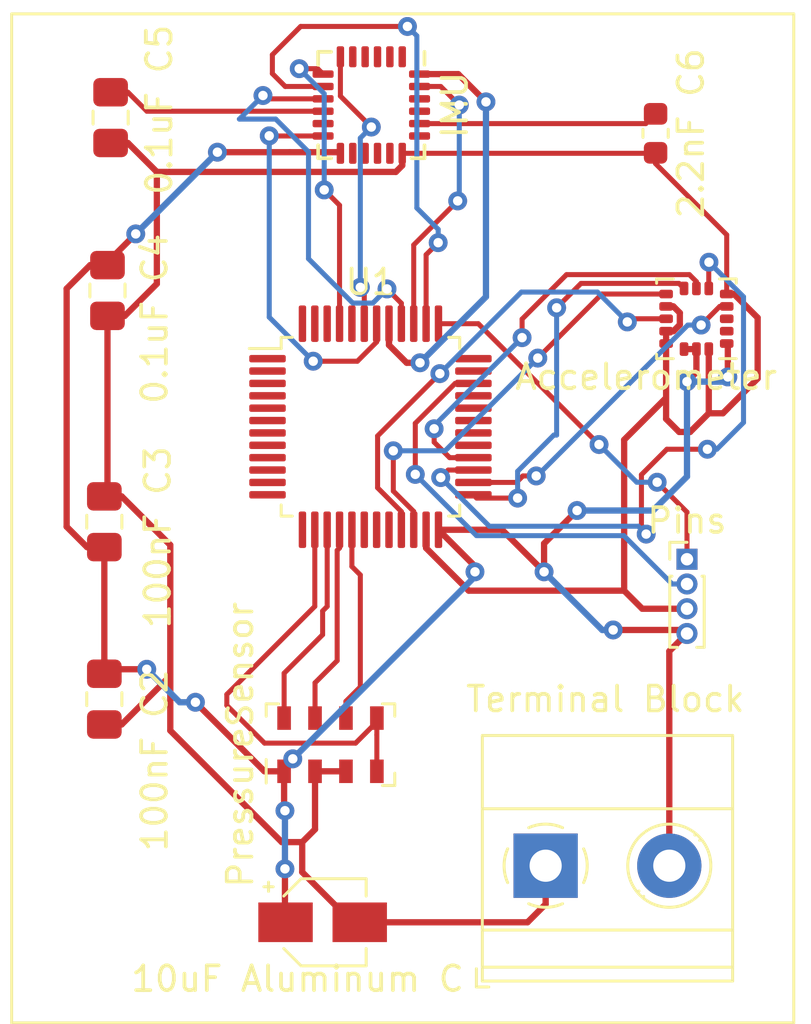
<source format=kicad_pcb>
(kicad_pcb (version 20171130) (host pcbnew "(5.1.5)-3")

  (general
    (thickness 1.6)
    (drawings 4)
    (tracks 315)
    (zones 0)
    (modules 12)
    (nets 55)
  )

  (page A4)
  (layers
    (0 F.Cu signal)
    (31 B.Cu signal)
    (32 B.Adhes user)
    (33 F.Adhes user)
    (34 B.Paste user)
    (35 F.Paste user)
    (36 B.SilkS user)
    (37 F.SilkS user)
    (38 B.Mask user)
    (39 F.Mask user)
    (40 Dwgs.User user)
    (41 Cmts.User user)
    (42 Eco1.User user)
    (43 Eco2.User user)
    (44 Edge.Cuts user)
    (45 Margin user)
    (46 B.CrtYd user)
    (47 F.CrtYd user)
    (48 B.Fab user)
    (49 F.Fab user)
  )

  (setup
    (last_trace_width 0.25)
    (user_trace_width 0.2032)
    (user_trace_width 0.254)
    (user_trace_width 0.254)
    (user_trace_width 0.381)
    (trace_clearance 0.2)
    (zone_clearance 0.508)
    (zone_45_only no)
    (trace_min 0.1524)
    (via_size 0.8)
    (via_drill 0.4)
    (via_min_size 0.4)
    (via_min_drill 0.3)
    (user_via 0.889 0.381)
    (uvia_size 0.3)
    (uvia_drill 0.1)
    (uvias_allowed no)
    (uvia_min_size 0.2)
    (uvia_min_drill 0.1)
    (edge_width 0.05)
    (segment_width 0.2)
    (pcb_text_width 0.3)
    (pcb_text_size 1.5 1.5)
    (mod_edge_width 0.12)
    (mod_text_size 1 1)
    (mod_text_width 0.15)
    (pad_size 0.875 0.95)
    (pad_drill 0)
    (pad_to_mask_clearance 0.051)
    (solder_mask_min_width 0.25)
    (aux_axis_origin 0 0)
    (visible_elements 7FFFFFFF)
    (pcbplotparams
      (layerselection 0x010fc_ffffffff)
      (usegerberextensions false)
      (usegerberattributes false)
      (usegerberadvancedattributes false)
      (creategerberjobfile false)
      (excludeedgelayer true)
      (linewidth 0.100000)
      (plotframeref false)
      (viasonmask false)
      (mode 1)
      (useauxorigin false)
      (hpglpennumber 1)
      (hpglpenspeed 20)
      (hpglpendiameter 15.000000)
      (psnegative false)
      (psa4output false)
      (plotreference true)
      (plotvalue true)
      (plotinvisibletext false)
      (padsonsilk false)
      (subtractmaskfromsilk false)
      (outputformat 1)
      (mirror false)
      (drillshape 1)
      (scaleselection 1)
      (outputdirectory ""))
  )

  (net 0 "")
  (net 1 GND)
  (net 2 +3V3)
  (net 3 "Net-(Accelerometer1-Pad8)")
  (net 4 "Net-(Accelerometer1-Pad7)")
  (net 5 "Net-(Accelerometer1-Pad6)")
  (net 6 "Net-(Accelerometer1-Pad4)")
  (net 7 "Net-(Accelerometer1-Pad3)")
  (net 8 "Net-(Accelerometer1-Pad2)")
  (net 9 "Net-(C5-Pad1)")
  (net 10 "Net-(C6-Pad1)")
  (net 11 "Net-(U1-Pad48)")
  (net 12 "Net-(U1-Pad47)")
  (net 13 "Net-(U1-Pad46)")
  (net 14 "Net-(U1-Pad45)")
  (net 15 "Net-(U1-Pad44)")
  (net 16 "Net-(U1-Pad43)")
  (net 17 "Net-(U1-Pad42)")
  (net 18 "Net-(U1-Pad41)")
  (net 19 "Net-(U1-Pad40)")
  (net 20 "Net-(U1-Pad37)")
  (net 21 "Net-(U1-Pad36)")
  (net 22 "Net-(U1-Pad35)")
  (net 23 "Net-(U1-Pad34)")
  (net 24 "Net-(U1-Pad33)")
  (net 25 "Net-(U1-Pad32)")
  (net 26 "Net-(U1-Pad31)")
  (net 27 "Net-(U1-Pad30)")
  (net 28 "Net-(U1-Pad29)")
  (net 29 "Net-(U1-Pad13)")
  (net 30 "Net-(U1-Pad10)")
  (net 31 "Net-(U1-Pad9)")
  (net 32 "Net-(U1-Pad8)")
  (net 33 "Net-(U1-Pad7)")
  (net 34 "Net-(U1-Pad6)")
  (net 35 "Net-(U1-Pad5)")
  (net 36 "Net-(U1-Pad4)")
  (net 37 "Net-(U1-Pad3)")
  (net 38 "Net-(U1-Pad2)")
  (net 39 "Net-(U1-Pad1)")
  (net 40 "Net-(Accelerometer1-Pad11)")
  (net 41 "Net-(Accelerometer1-Pad9)")
  (net 42 /PS-CSB)
  (net 43 /PS-SDO)
  (net 44 /PS-SDI)
  (net 45 /PS-SPICLK)
  (net 46 "Net-(U1-Pad39)")
  (net 47 /IMU-CS)
  (net 48 "Net-(U1-Pad20)")
  (net 49 "Net-(U1-Pad19)")
  (net 50 "Net-(U1-Pad18)")
  (net 51 "Net-(U1-Pad12)")
  (net 52 "Net-(U1-Pad11)")
  (net 53 "Net-(U2-Pad11)")
  (net 54 "Net-(U2-Pad1)")

  (net_class Default "This is the default net class."
    (clearance 0.2)
    (trace_width 0.25)
    (via_dia 0.8)
    (via_drill 0.4)
    (uvia_dia 0.3)
    (uvia_drill 0.1)
  )

  (net_class class1 ""
    (clearance 0.1524)
    (trace_width 0.2032)
    (via_dia 0.762)
    (via_drill 0.381)
    (uvia_dia 0.3)
    (uvia_drill 0.1)
    (add_net +3V3)
    (add_net /IMU-CS)
    (add_net /PS-CSB)
    (add_net /PS-SDI)
    (add_net /PS-SDO)
    (add_net /PS-SPICLK)
    (add_net GND)
    (add_net "Net-(Accelerometer1-Pad11)")
    (add_net "Net-(Accelerometer1-Pad2)")
    (add_net "Net-(Accelerometer1-Pad3)")
    (add_net "Net-(Accelerometer1-Pad4)")
    (add_net "Net-(Accelerometer1-Pad6)")
    (add_net "Net-(Accelerometer1-Pad7)")
    (add_net "Net-(Accelerometer1-Pad8)")
    (add_net "Net-(Accelerometer1-Pad9)")
    (add_net "Net-(C5-Pad1)")
    (add_net "Net-(C6-Pad1)")
    (add_net "Net-(U1-Pad1)")
    (add_net "Net-(U1-Pad10)")
    (add_net "Net-(U1-Pad11)")
    (add_net "Net-(U1-Pad12)")
    (add_net "Net-(U1-Pad13)")
    (add_net "Net-(U1-Pad18)")
    (add_net "Net-(U1-Pad19)")
    (add_net "Net-(U1-Pad2)")
    (add_net "Net-(U1-Pad20)")
    (add_net "Net-(U1-Pad29)")
    (add_net "Net-(U1-Pad3)")
    (add_net "Net-(U1-Pad30)")
    (add_net "Net-(U1-Pad31)")
    (add_net "Net-(U1-Pad32)")
    (add_net "Net-(U1-Pad33)")
    (add_net "Net-(U1-Pad34)")
    (add_net "Net-(U1-Pad35)")
    (add_net "Net-(U1-Pad36)")
    (add_net "Net-(U1-Pad37)")
    (add_net "Net-(U1-Pad39)")
    (add_net "Net-(U1-Pad4)")
    (add_net "Net-(U1-Pad40)")
    (add_net "Net-(U1-Pad41)")
    (add_net "Net-(U1-Pad42)")
    (add_net "Net-(U1-Pad43)")
    (add_net "Net-(U1-Pad44)")
    (add_net "Net-(U1-Pad45)")
    (add_net "Net-(U1-Pad46)")
    (add_net "Net-(U1-Pad47)")
    (add_net "Net-(U1-Pad48)")
    (add_net "Net-(U1-Pad5)")
    (add_net "Net-(U1-Pad6)")
    (add_net "Net-(U1-Pad7)")
    (add_net "Net-(U1-Pad8)")
    (add_net "Net-(U1-Pad9)")
    (add_net "Net-(U2-Pad1)")
    (add_net "Net-(U2-Pad11)")
  )

  (module Capacitor_SMD:C_0603_1608Metric (layer F.Cu) (tedit 5FFABA61) (tstamp 5FFADD90)
    (at 159.893 84.8995 270)
    (descr "Capacitor SMD 0603 (1608 Metric), square (rectangular) end terminal, IPC_7351 nominal, (Body size source: http://www.tortai-tech.com/upload/download/2011102023233369053.pdf), generated with kicad-footprint-generator")
    (tags capacitor)
    (attr smd)
    (fp_text reference "2.2nF C6" (at 0 -1.43 90) (layer F.SilkS)
      (effects (font (size 1 1) (thickness 0.15)))
    )
    (fp_text value 2.2nF (at 0 1.43 90) (layer F.Fab)
      (effects (font (size 1 1) (thickness 0.15)))
    )
    (fp_line (start -0.8 0.4) (end -0.8 -0.4) (layer F.Fab) (width 0.1))
    (fp_line (start -0.8 -0.4) (end 0.8 -0.4) (layer F.Fab) (width 0.1))
    (fp_line (start 0.8 -0.4) (end 0.8 0.4) (layer F.Fab) (width 0.1))
    (fp_line (start 0.8 0.4) (end -0.8 0.4) (layer F.Fab) (width 0.1))
    (fp_line (start -0.162779 -0.51) (end 0.162779 -0.51) (layer F.SilkS) (width 0.12))
    (fp_line (start -0.162779 0.51) (end 0.162779 0.51) (layer F.SilkS) (width 0.12))
    (fp_line (start -1.48 0.73) (end -1.48 -0.73) (layer F.CrtYd) (width 0.05))
    (fp_line (start -1.48 -0.73) (end 1.48 -0.73) (layer F.CrtYd) (width 0.05))
    (fp_line (start 1.48 -0.73) (end 1.48 0.73) (layer F.CrtYd) (width 0.05))
    (fp_line (start 1.48 0.73) (end -1.48 0.73) (layer F.CrtYd) (width 0.05))
    (fp_text user %R (at 0 0 90) (layer F.Fab)
      (effects (font (size 0.4 0.4) (thickness 0.06)))
    )
    (pad 1 smd roundrect (at -0.7875 0 270) (size 0.875 0.95) (layers F.Cu F.Paste F.Mask) (roundrect_rratio 0.25)
      (net 10 "Net-(C6-Pad1)"))
    (pad 2 smd roundrect (at 0.7875 0 270) (size 0.875 0.95) (layers F.Cu F.Paste F.Mask) (roundrect_rratio 0.25)
      (net 1 GND))
    (model ${KISYS3DMOD}/Capacitor_SMD.3dshapes/C_0603_1608Metric.wrl
      (at (xyz 0 0 0))
      (scale (xyz 1 1 1))
      (rotate (xyz 0 0 0))
    )
  )

  (module TerminalBlock_Phoenix:TerminalBlock_Phoenix_MKDS-1,5-2_1x02_P5.00mm_Horizontal (layer F.Cu) (tedit 5FED3DE4) (tstamp 5FED7566)
    (at 155.448 114.4905)
    (descr "Terminal Block Phoenix MKDS-1,5-2, 2 pins, pitch 5mm, size 10x9.8mm^2, drill diamater 1.3mm, pad diameter 2.6mm, see http://www.farnell.com/datasheets/100425.pdf, script-generated using https://github.com/pointhi/kicad-footprint-generator/scripts/TerminalBlock_Phoenix")
    (tags "THT Terminal Block Phoenix MKDS-1,5-2 pitch 5mm size 10x9.8mm^2 drill 1.3mm pad 2.6mm")
    (fp_text reference "Terminal Block" (at 2.413 -6.731) (layer F.SilkS)
      (effects (font (size 1 1) (thickness 0.15)))
    )
    (fp_text value TerminalBlock_Phoenix_MKDS-1,5-2_1x02 (at -5.842 5.461) (layer F.Fab)
      (effects (font (size 1 1) (thickness 0.15)))
    )
    (fp_text user %R (at 2.5 3.2) (layer F.Fab)
      (effects (font (size 1 1) (thickness 0.15)))
    )
    (fp_line (start 8 -5.71) (end -3 -5.71) (layer F.CrtYd) (width 0.05))
    (fp_line (start 8 5.1) (end 8 -5.71) (layer F.CrtYd) (width 0.05))
    (fp_line (start -3 5.1) (end 8 5.1) (layer F.CrtYd) (width 0.05))
    (fp_line (start -3 -5.71) (end -3 5.1) (layer F.CrtYd) (width 0.05))
    (fp_line (start -2.8 4.9) (end -2.3 4.9) (layer F.SilkS) (width 0.12))
    (fp_line (start -2.8 4.16) (end -2.8 4.9) (layer F.SilkS) (width 0.12))
    (fp_line (start 3.773 1.023) (end 3.726 1.069) (layer F.SilkS) (width 0.12))
    (fp_line (start 6.07 -1.275) (end 6.035 -1.239) (layer F.SilkS) (width 0.12))
    (fp_line (start 3.966 1.239) (end 3.931 1.274) (layer F.SilkS) (width 0.12))
    (fp_line (start 6.275 -1.069) (end 6.228 -1.023) (layer F.SilkS) (width 0.12))
    (fp_line (start 5.955 -1.138) (end 3.863 0.955) (layer F.Fab) (width 0.1))
    (fp_line (start 6.138 -0.955) (end 4.046 1.138) (layer F.Fab) (width 0.1))
    (fp_line (start 0.955 -1.138) (end -1.138 0.955) (layer F.Fab) (width 0.1))
    (fp_line (start 1.138 -0.955) (end -0.955 1.138) (layer F.Fab) (width 0.1))
    (fp_line (start 7.56 -5.261) (end 7.56 4.66) (layer F.SilkS) (width 0.12))
    (fp_line (start -2.56 -5.261) (end -2.56 4.66) (layer F.SilkS) (width 0.12))
    (fp_line (start -2.56 4.66) (end 7.56 4.66) (layer F.SilkS) (width 0.12))
    (fp_line (start -2.56 -5.261) (end 7.56 -5.261) (layer F.SilkS) (width 0.12))
    (fp_line (start -2.56 -2.301) (end 7.56 -2.301) (layer F.SilkS) (width 0.12))
    (fp_line (start -2.5 -2.3) (end 7.5 -2.3) (layer F.Fab) (width 0.1))
    (fp_line (start -2.56 2.6) (end 7.56 2.6) (layer F.SilkS) (width 0.12))
    (fp_line (start -2.5 2.6) (end 7.5 2.6) (layer F.Fab) (width 0.1))
    (fp_line (start -2.56 4.1) (end 7.56 4.1) (layer F.SilkS) (width 0.12))
    (fp_line (start -2.5 4.1) (end 7.5 4.1) (layer F.Fab) (width 0.1))
    (fp_line (start -2.5 4.1) (end -2.5 -5.2) (layer F.Fab) (width 0.1))
    (fp_line (start -2 4.6) (end -2.5 4.1) (layer F.Fab) (width 0.1))
    (fp_line (start 7.5 4.6) (end -2 4.6) (layer F.Fab) (width 0.1))
    (fp_line (start 7.5 -5.2) (end 7.5 4.6) (layer F.Fab) (width 0.1))
    (fp_line (start -2.5 -5.2) (end 7.5 -5.2) (layer F.Fab) (width 0.1))
    (fp_circle (center 5 0) (end 6.68 0) (layer F.SilkS) (width 0.12))
    (fp_circle (center 5 0) (end 6.5 0) (layer F.Fab) (width 0.1))
    (fp_circle (center 0 0) (end 1.5 0) (layer F.Fab) (width 0.1))
    (fp_arc (start 0 0) (end -0.684 1.535) (angle -25) (layer F.SilkS) (width 0.12))
    (fp_arc (start 0 0) (end -1.535 -0.684) (angle -48) (layer F.SilkS) (width 0.12))
    (fp_arc (start 0 0) (end 0.684 -1.535) (angle -48) (layer F.SilkS) (width 0.12))
    (fp_arc (start 0 0) (end 1.535 0.684) (angle -48) (layer F.SilkS) (width 0.12))
    (fp_arc (start 0 0) (end 0 1.68) (angle -24) (layer F.SilkS) (width 0.12))
    (pad 2 thru_hole circle (at 5 0) (size 2.6 2.6) (drill 1.3) (layers *.Cu *.Mask)
      (net 2 +3V3))
    (pad 1 thru_hole rect (at 0 0) (size 2.6 2.6) (drill 1.3) (layers *.Cu *.Mask)
      (net 1 GND))
    (model ${KISYS3DMOD}/TerminalBlock_Phoenix.3dshapes/TerminalBlock_Phoenix_MKDS-1,5-2_1x02_P5.00mm_Horizontal.wrl
      (at (xyz 0 0 0))
      (scale (xyz 1 1 1))
      (rotate (xyz 0 0 0))
    )
  )

  (module Connector_PinHeader_1.00mm:PinHeader_1x04_P1.00mm_Vertical (layer F.Cu) (tedit 5F98C655) (tstamp 5F98D60D)
    (at 161.163 102.108)
    (descr "Through hole straight pin header, 1x04, 1.00mm pitch, single row")
    (tags "Through hole pin header THT 1x04 1.00mm single row")
    (fp_text reference Pins (at 0 -1.56) (layer F.SilkS)
      (effects (font (size 1 1) (thickness 0.15)))
    )
    (fp_text value PinHeader_1x04_P1.00mm_Vertical (at -8.1915 4.2545) (layer F.Fab)
      (effects (font (size 1 1) (thickness 0.15)))
    )
    (fp_text user %R (at 0 1.5 90) (layer F.Fab)
      (effects (font (size 0.76 0.76) (thickness 0.114)))
    )
    (fp_line (start 1.15 -1) (end -1.15 -1) (layer F.CrtYd) (width 0.05))
    (fp_line (start 1.15 4) (end 1.15 -1) (layer F.CrtYd) (width 0.05))
    (fp_line (start -1.15 4) (end 1.15 4) (layer F.CrtYd) (width 0.05))
    (fp_line (start -1.15 -1) (end -1.15 4) (layer F.CrtYd) (width 0.05))
    (fp_line (start -0.695 -0.685) (end 0 -0.685) (layer F.SilkS) (width 0.12))
    (fp_line (start -0.695 0) (end -0.695 -0.685) (layer F.SilkS) (width 0.12))
    (fp_line (start 0.608276 0.685) (end 0.695 0.685) (layer F.SilkS) (width 0.12))
    (fp_line (start -0.695 0.685) (end -0.608276 0.685) (layer F.SilkS) (width 0.12))
    (fp_line (start 0.695 0.685) (end 0.695 3.56) (layer F.SilkS) (width 0.12))
    (fp_line (start -0.695 0.685) (end -0.695 3.56) (layer F.SilkS) (width 0.12))
    (fp_line (start 0.394493 3.56) (end 0.695 3.56) (layer F.SilkS) (width 0.12))
    (fp_line (start -0.695 3.56) (end -0.394493 3.56) (layer F.SilkS) (width 0.12))
    (fp_line (start -0.635 -0.1825) (end -0.3175 -0.5) (layer F.Fab) (width 0.1))
    (fp_line (start -0.635 3.5) (end -0.635 -0.1825) (layer F.Fab) (width 0.1))
    (fp_line (start 0.635 3.5) (end -0.635 3.5) (layer F.Fab) (width 0.1))
    (fp_line (start 0.635 -0.5) (end 0.635 3.5) (layer F.Fab) (width 0.1))
    (fp_line (start -0.3175 -0.5) (end 0.635 -0.5) (layer F.Fab) (width 0.1))
    (pad 4 thru_hole oval (at 0 3) (size 0.85 0.85) (drill 0.5) (layers *.Cu *.Mask)
      (net 2 +3V3))
    (pad 3 thru_hole oval (at 0 2) (size 0.85 0.85) (drill 0.5) (layers *.Cu *.Mask)
      (net 1 GND))
    (pad 2 thru_hole oval (at 0 1) (size 0.85 0.85) (drill 0.5) (layers *.Cu *.Mask)
      (net 23 "Net-(U1-Pad34)"))
    (pad 1 thru_hole rect (at 0 0) (size 0.85 0.85) (drill 0.5) (layers *.Cu *.Mask)
      (net 20 "Net-(U1-Pad37)"))
    (model ${KISYS3DMOD}/Connector_PinHeader_1.00mm.3dshapes/PinHeader_1x04_P1.00mm_Vertical.wrl
      (at (xyz 0 0 0))
      (scale (xyz 1 1 1))
      (rotate (xyz 0 0 0))
    )
  )

  (module Sensor_Motion:InvenSense_QFN-24_4x4mm_P0.5mm (layer F.Cu) (tedit 5B5A6D8E) (tstamp 5F52BA79)
    (at 148.3995 83.7565 270)
    (descr "24-Lead Plastic QFN (4mm x 4mm); Pitch 0.5mm; EP 2.7x2.6mm; for InvenSense motion sensors; keepout area marked (Package see: https://store.invensense.com/datasheets/invensense/MPU-6050_DataSheet_V3%204.pdf; See also https://www.invensense.com/wp-content/uploads/2015/02/InvenSense-MEMS-Handling.pdf)")
    (tags "QFN 0.5")
    (path /5F5C5B44)
    (attr smd)
    (fp_text reference IMU (at 0 -3.375 90) (layer F.SilkS)
      (effects (font (size 1 1) (thickness 0.15)))
    )
    (fp_text value MPU-6000 (at 0 3.375 90) (layer F.Fab)
      (effects (font (size 1 1) (thickness 0.15)))
    )
    (fp_text user Component (at 0 0.55 90) (layer Cmts.User)
      (effects (font (size 0.2 0.2) (thickness 0.04)))
    )
    (fp_text user "Directly Below" (at 0 0.25 90) (layer Cmts.User)
      (effects (font (size 0.2 0.2) (thickness 0.04)))
    )
    (fp_text user "No Copper" (at 0 -0.1 90) (layer Cmts.User)
      (effects (font (size 0.2 0.2) (thickness 0.04)))
    )
    (fp_text user KEEPOUT (at 0 -0.5 90) (layer Cmts.User)
      (effects (font (size 0.2 0.2) (thickness 0.04)))
    )
    (fp_line (start -0.975 -1.325) (end -1.375 -0.925) (layer Dwgs.User) (width 0.05))
    (fp_line (start -0.475 -1.325) (end -1.375 -0.425) (layer Dwgs.User) (width 0.05))
    (fp_line (start 0.025 -1.325) (end -1.375 0.075) (layer Dwgs.User) (width 0.05))
    (fp_line (start 0.525 -1.325) (end -1.375 0.575) (layer Dwgs.User) (width 0.05))
    (fp_line (start 1.025 -1.325) (end -1.375 1.075) (layer Dwgs.User) (width 0.05))
    (fp_line (start 1.375 -1.175) (end -1.125 1.325) (layer Dwgs.User) (width 0.05))
    (fp_line (start 1.375 -0.675) (end -0.625 1.325) (layer Dwgs.User) (width 0.05))
    (fp_line (start 1.375 -0.175) (end -0.125 1.325) (layer Dwgs.User) (width 0.05))
    (fp_line (start 1.375 0.325) (end 0.375 1.325) (layer Dwgs.User) (width 0.05))
    (fp_line (start 1.375 0.825) (end 0.875 1.325) (layer Dwgs.User) (width 0.05))
    (fp_line (start 1.375 1.325) (end -1.375 1.325) (layer Dwgs.User) (width 0.05))
    (fp_line (start 1.375 -1.325) (end -1.375 -1.325) (layer Dwgs.User) (width 0.05))
    (fp_line (start -1.375 1.325) (end -1.375 -1.325) (layer Dwgs.User) (width 0.05))
    (fp_line (start 1.375 1.325) (end 1.375 -1.325) (layer Dwgs.User) (width 0.05))
    (fp_line (start 2.15 -2.15) (end 1.625 -2.15) (layer F.SilkS) (width 0.15))
    (fp_line (start 2.15 2.15) (end 1.625 2.15) (layer F.SilkS) (width 0.15))
    (fp_line (start -2.15 2.15) (end -1.625 2.15) (layer F.SilkS) (width 0.15))
    (fp_line (start -2.15 -2.15) (end -1.625 -2.15) (layer F.SilkS) (width 0.15))
    (fp_line (start 2.15 2.15) (end 2.15 1.625) (layer F.SilkS) (width 0.15))
    (fp_line (start -2.15 2.15) (end -2.15 1.625) (layer F.SilkS) (width 0.15))
    (fp_line (start 2.15 -2.15) (end 2.15 -1.625) (layer F.SilkS) (width 0.15))
    (fp_line (start -2.65 2.65) (end 2.65 2.65) (layer F.CrtYd) (width 0.05))
    (fp_line (start -2.65 -2.65) (end 2.65 -2.65) (layer F.CrtYd) (width 0.05))
    (fp_line (start 2.65 -2.65) (end 2.65 2.65) (layer F.CrtYd) (width 0.05))
    (fp_line (start -2.65 -2.65) (end -2.65 2.65) (layer F.CrtYd) (width 0.05))
    (fp_line (start -2 -1) (end -1 -2) (layer F.Fab) (width 0.15))
    (fp_line (start -2 2) (end -2 -1) (layer F.Fab) (width 0.15))
    (fp_line (start 2 2) (end -2 2) (layer F.Fab) (width 0.15))
    (fp_line (start 2 -2) (end 2 2) (layer F.Fab) (width 0.15))
    (fp_line (start -1 -2) (end 2 -2) (layer F.Fab) (width 0.15))
    (fp_text user %R (at 0 0 90) (layer F.Fab)
      (effects (font (size 1 1) (thickness 0.15)))
    )
    (pad 24 smd roundrect (at -1.25 -1.95) (size 0.85 0.3) (layers F.Cu F.Paste F.Mask) (roundrect_rratio 0.25)
      (net 18 "Net-(U1-Pad41)"))
    (pad 23 smd roundrect (at -0.75 -1.95) (size 0.85 0.3) (layers F.Cu F.Paste F.Mask) (roundrect_rratio 0.25)
      (net 46 "Net-(U1-Pad39)"))
    (pad 22 smd roundrect (at -0.25 -1.95) (size 0.85 0.3) (layers F.Cu F.Paste F.Mask) (roundrect_rratio 0.25))
    (pad 21 smd roundrect (at 0.25 -1.95) (size 0.85 0.3) (layers F.Cu F.Paste F.Mask) (roundrect_rratio 0.25))
    (pad 20 smd roundrect (at 0.75 -1.95) (size 0.85 0.3) (layers F.Cu F.Paste F.Mask) (roundrect_rratio 0.25)
      (net 10 "Net-(C6-Pad1)"))
    (pad 19 smd roundrect (at 1.25 -1.95) (size 0.85 0.3) (layers F.Cu F.Paste F.Mask) (roundrect_rratio 0.25))
    (pad 18 smd roundrect (at 1.95 -1.25 270) (size 0.85 0.3) (layers F.Cu F.Paste F.Mask) (roundrect_rratio 0.25)
      (net 1 GND))
    (pad 17 smd roundrect (at 1.95 -0.75 270) (size 0.85 0.3) (layers F.Cu F.Paste F.Mask) (roundrect_rratio 0.25))
    (pad 16 smd roundrect (at 1.95 -0.25 270) (size 0.85 0.3) (layers F.Cu F.Paste F.Mask) (roundrect_rratio 0.25))
    (pad 15 smd roundrect (at 1.95 0.25 270) (size 0.85 0.3) (layers F.Cu F.Paste F.Mask) (roundrect_rratio 0.25))
    (pad 14 smd roundrect (at 1.95 0.75 270) (size 0.85 0.3) (layers F.Cu F.Paste F.Mask) (roundrect_rratio 0.25))
    (pad 13 smd roundrect (at 1.95 1.25 270) (size 0.85 0.3) (layers F.Cu F.Paste F.Mask) (roundrect_rratio 0.25)
      (net 2 +3V3))
    (pad 12 smd roundrect (at 1.25 1.95) (size 0.85 0.3) (layers F.Cu F.Paste F.Mask) (roundrect_rratio 0.25)
      (net 17 "Net-(U1-Pad42)"))
    (pad 11 smd roundrect (at 0.75 1.95) (size 0.85 0.3) (layers F.Cu F.Paste F.Mask) (roundrect_rratio 0.25)
      (net 53 "Net-(U2-Pad11)"))
    (pad 10 smd roundrect (at 0.25 1.95) (size 0.85 0.3) (layers F.Cu F.Paste F.Mask) (roundrect_rratio 0.25)
      (net 9 "Net-(C5-Pad1)"))
    (pad 9 smd roundrect (at -0.25 1.95) (size 0.85 0.3) (layers F.Cu F.Paste F.Mask) (roundrect_rratio 0.25)
      (net 19 "Net-(U1-Pad40)"))
    (pad 8 smd roundrect (at -0.75 1.95) (size 0.85 0.3) (layers F.Cu F.Paste F.Mask) (roundrect_rratio 0.25)
      (net 47 /IMU-CS))
    (pad 7 smd roundrect (at -1.25 1.95) (size 0.85 0.3) (layers F.Cu F.Paste F.Mask) (roundrect_rratio 0.25)
      (net 14 "Net-(U1-Pad45)"))
    (pad 6 smd roundrect (at -1.95 1.25 270) (size 0.85 0.3) (layers F.Cu F.Paste F.Mask) (roundrect_rratio 0.25)
      (net 16 "Net-(U1-Pad43)"))
    (pad 5 smd roundrect (at -1.95 0.75 270) (size 0.85 0.3) (layers F.Cu F.Paste F.Mask) (roundrect_rratio 0.25))
    (pad 4 smd roundrect (at -1.95 0.25 270) (size 0.85 0.3) (layers F.Cu F.Paste F.Mask) (roundrect_rratio 0.25))
    (pad 3 smd roundrect (at -1.95 -0.25 270) (size 0.85 0.3) (layers F.Cu F.Paste F.Mask) (roundrect_rratio 0.25))
    (pad 2 smd roundrect (at -1.95 -0.75 270) (size 0.85 0.3) (layers F.Cu F.Paste F.Mask) (roundrect_rratio 0.25))
    (pad 1 smd roundrect (at -1.95 -1.25 270) (size 0.85 0.3) (layers F.Cu F.Paste F.Mask) (roundrect_rratio 0.25)
      (net 54 "Net-(U2-Pad1)"))
    (model ${KISYS3DMOD}/Package_DFN_QFN.3dshapes/QFN-24-1EP_4x4mm_P0.5mm_EP2.7x2.6mm.wrl
      (at (xyz 0 0 0))
      (scale (xyz 1 1 1))
      (rotate (xyz 0 0 0))
    )
  )

  (module Package_QFP:LQFP-48_7x7mm_P0.5mm (layer F.Cu) (tedit 5D9F72AF) (tstamp 5FED7D00)
    (at 148.3645 96.754)
    (descr "LQFP, 48 Pin (https://www.analog.com/media/en/technical-documentation/data-sheets/ltc2358-16.pdf), generated with kicad-footprint-generator ipc_gullwing_generator.py")
    (tags "LQFP QFP")
    (path /5EF3012D)
    (attr smd)
    (fp_text reference U1 (at 0 -5.85) (layer F.SilkS)
      (effects (font (size 1 1) (thickness 0.15)))
    )
    (fp_text value STM32L151CCTx (at 0 5.85) (layer F.Fab)
      (effects (font (size 1 1) (thickness 0.15)))
    )
    (fp_text user %R (at 0 0) (layer F.Fab)
      (effects (font (size 1 1) (thickness 0.15)))
    )
    (fp_line (start 5.15 3.15) (end 5.15 0) (layer F.CrtYd) (width 0.05))
    (fp_line (start 3.75 3.15) (end 5.15 3.15) (layer F.CrtYd) (width 0.05))
    (fp_line (start 3.75 3.75) (end 3.75 3.15) (layer F.CrtYd) (width 0.05))
    (fp_line (start 3.15 3.75) (end 3.75 3.75) (layer F.CrtYd) (width 0.05))
    (fp_line (start 3.15 5.15) (end 3.15 3.75) (layer F.CrtYd) (width 0.05))
    (fp_line (start 0 5.15) (end 3.15 5.15) (layer F.CrtYd) (width 0.05))
    (fp_line (start -5.15 3.15) (end -5.15 0) (layer F.CrtYd) (width 0.05))
    (fp_line (start -3.75 3.15) (end -5.15 3.15) (layer F.CrtYd) (width 0.05))
    (fp_line (start -3.75 3.75) (end -3.75 3.15) (layer F.CrtYd) (width 0.05))
    (fp_line (start -3.15 3.75) (end -3.75 3.75) (layer F.CrtYd) (width 0.05))
    (fp_line (start -3.15 5.15) (end -3.15 3.75) (layer F.CrtYd) (width 0.05))
    (fp_line (start 0 5.15) (end -3.15 5.15) (layer F.CrtYd) (width 0.05))
    (fp_line (start 5.15 -3.15) (end 5.15 0) (layer F.CrtYd) (width 0.05))
    (fp_line (start 3.75 -3.15) (end 5.15 -3.15) (layer F.CrtYd) (width 0.05))
    (fp_line (start 3.75 -3.75) (end 3.75 -3.15) (layer F.CrtYd) (width 0.05))
    (fp_line (start 3.15 -3.75) (end 3.75 -3.75) (layer F.CrtYd) (width 0.05))
    (fp_line (start 3.15 -5.15) (end 3.15 -3.75) (layer F.CrtYd) (width 0.05))
    (fp_line (start 0 -5.15) (end 3.15 -5.15) (layer F.CrtYd) (width 0.05))
    (fp_line (start -5.15 -3.15) (end -5.15 0) (layer F.CrtYd) (width 0.05))
    (fp_line (start -3.75 -3.15) (end -5.15 -3.15) (layer F.CrtYd) (width 0.05))
    (fp_line (start -3.75 -3.75) (end -3.75 -3.15) (layer F.CrtYd) (width 0.05))
    (fp_line (start -3.15 -3.75) (end -3.75 -3.75) (layer F.CrtYd) (width 0.05))
    (fp_line (start -3.15 -5.15) (end -3.15 -3.75) (layer F.CrtYd) (width 0.05))
    (fp_line (start 0 -5.15) (end -3.15 -5.15) (layer F.CrtYd) (width 0.05))
    (fp_line (start -3.5 -2.5) (end -2.5 -3.5) (layer F.Fab) (width 0.1))
    (fp_line (start -3.5 3.5) (end -3.5 -2.5) (layer F.Fab) (width 0.1))
    (fp_line (start 3.5 3.5) (end -3.5 3.5) (layer F.Fab) (width 0.1))
    (fp_line (start 3.5 -3.5) (end 3.5 3.5) (layer F.Fab) (width 0.1))
    (fp_line (start -2.5 -3.5) (end 3.5 -3.5) (layer F.Fab) (width 0.1))
    (fp_line (start -3.61 -3.16) (end -4.9 -3.16) (layer F.SilkS) (width 0.12))
    (fp_line (start -3.61 -3.61) (end -3.61 -3.16) (layer F.SilkS) (width 0.12))
    (fp_line (start -3.16 -3.61) (end -3.61 -3.61) (layer F.SilkS) (width 0.12))
    (fp_line (start 3.61 -3.61) (end 3.61 -3.16) (layer F.SilkS) (width 0.12))
    (fp_line (start 3.16 -3.61) (end 3.61 -3.61) (layer F.SilkS) (width 0.12))
    (fp_line (start -3.61 3.61) (end -3.61 3.16) (layer F.SilkS) (width 0.12))
    (fp_line (start -3.16 3.61) (end -3.61 3.61) (layer F.SilkS) (width 0.12))
    (fp_line (start 3.61 3.61) (end 3.61 3.16) (layer F.SilkS) (width 0.12))
    (fp_line (start 3.16 3.61) (end 3.61 3.61) (layer F.SilkS) (width 0.12))
    (pad 48 smd roundrect (at -2.75 -4.1625) (size 0.3 1.475) (layers F.Cu F.Paste F.Mask) (roundrect_rratio 0.25)
      (net 11 "Net-(U1-Pad48)"))
    (pad 47 smd roundrect (at -2.25 -4.1625) (size 0.3 1.475) (layers F.Cu F.Paste F.Mask) (roundrect_rratio 0.25)
      (net 12 "Net-(U1-Pad47)"))
    (pad 46 smd roundrect (at -1.75 -4.1625) (size 0.3 1.475) (layers F.Cu F.Paste F.Mask) (roundrect_rratio 0.25)
      (net 13 "Net-(U1-Pad46)"))
    (pad 45 smd roundrect (at -1.25 -4.1625) (size 0.3 1.475) (layers F.Cu F.Paste F.Mask) (roundrect_rratio 0.25)
      (net 14 "Net-(U1-Pad45)"))
    (pad 44 smd roundrect (at -0.75 -4.1625) (size 0.3 1.475) (layers F.Cu F.Paste F.Mask) (roundrect_rratio 0.25)
      (net 15 "Net-(U1-Pad44)"))
    (pad 43 smd roundrect (at -0.25 -4.1625) (size 0.3 1.475) (layers F.Cu F.Paste F.Mask) (roundrect_rratio 0.25)
      (net 16 "Net-(U1-Pad43)"))
    (pad 42 smd roundrect (at 0.25 -4.1625) (size 0.3 1.475) (layers F.Cu F.Paste F.Mask) (roundrect_rratio 0.25)
      (net 17 "Net-(U1-Pad42)"))
    (pad 41 smd roundrect (at 0.75 -4.1625) (size 0.3 1.475) (layers F.Cu F.Paste F.Mask) (roundrect_rratio 0.25)
      (net 18 "Net-(U1-Pad41)"))
    (pad 40 smd roundrect (at 1.25 -4.1625) (size 0.3 1.475) (layers F.Cu F.Paste F.Mask) (roundrect_rratio 0.25)
      (net 19 "Net-(U1-Pad40)"))
    (pad 39 smd roundrect (at 1.75 -4.1625) (size 0.3 1.475) (layers F.Cu F.Paste F.Mask) (roundrect_rratio 0.25)
      (net 46 "Net-(U1-Pad39)"))
    (pad 38 smd roundrect (at 2.25 -4.1625) (size 0.3 1.475) (layers F.Cu F.Paste F.Mask) (roundrect_rratio 0.25)
      (net 47 /IMU-CS))
    (pad 37 smd roundrect (at 2.75 -4.1625) (size 0.3 1.475) (layers F.Cu F.Paste F.Mask) (roundrect_rratio 0.25)
      (net 20 "Net-(U1-Pad37)"))
    (pad 36 smd roundrect (at 4.1625 -2.75) (size 1.475 0.3) (layers F.Cu F.Paste F.Mask) (roundrect_rratio 0.25)
      (net 21 "Net-(U1-Pad36)"))
    (pad 35 smd roundrect (at 4.1625 -2.25) (size 1.475 0.3) (layers F.Cu F.Paste F.Mask) (roundrect_rratio 0.25)
      (net 22 "Net-(U1-Pad35)"))
    (pad 34 smd roundrect (at 4.1625 -1.75) (size 1.475 0.3) (layers F.Cu F.Paste F.Mask) (roundrect_rratio 0.25)
      (net 23 "Net-(U1-Pad34)"))
    (pad 33 smd roundrect (at 4.1625 -1.25) (size 1.475 0.3) (layers F.Cu F.Paste F.Mask) (roundrect_rratio 0.25)
      (net 24 "Net-(U1-Pad33)"))
    (pad 32 smd roundrect (at 4.1625 -0.75) (size 1.475 0.3) (layers F.Cu F.Paste F.Mask) (roundrect_rratio 0.25)
      (net 25 "Net-(U1-Pad32)"))
    (pad 31 smd roundrect (at 4.1625 -0.25) (size 1.475 0.3) (layers F.Cu F.Paste F.Mask) (roundrect_rratio 0.25)
      (net 26 "Net-(U1-Pad31)"))
    (pad 30 smd roundrect (at 4.1625 0.25) (size 1.475 0.3) (layers F.Cu F.Paste F.Mask) (roundrect_rratio 0.25)
      (net 27 "Net-(U1-Pad30)"))
    (pad 29 smd roundrect (at 4.1625 0.75) (size 1.475 0.3) (layers F.Cu F.Paste F.Mask) (roundrect_rratio 0.25)
      (net 28 "Net-(U1-Pad29)"))
    (pad 28 smd roundrect (at 4.1625 1.25) (size 1.475 0.3) (layers F.Cu F.Paste F.Mask) (roundrect_rratio 0.25)
      (net 4 "Net-(Accelerometer1-Pad7)"))
    (pad 27 smd roundrect (at 4.1625 1.75) (size 1.475 0.3) (layers F.Cu F.Paste F.Mask) (roundrect_rratio 0.25)
      (net 5 "Net-(Accelerometer1-Pad6)"))
    (pad 26 smd roundrect (at 4.1625 2.25) (size 1.475 0.3) (layers F.Cu F.Paste F.Mask) (roundrect_rratio 0.25)
      (net 6 "Net-(Accelerometer1-Pad4)"))
    (pad 25 smd roundrect (at 4.1625 2.75) (size 1.475 0.3) (layers F.Cu F.Paste F.Mask) (roundrect_rratio 0.25)
      (net 3 "Net-(Accelerometer1-Pad8)"))
    (pad 24 smd roundrect (at 2.75 4.1625) (size 0.3 1.475) (layers F.Cu F.Paste F.Mask) (roundrect_rratio 0.25)
      (net 2 +3V3))
    (pad 23 smd roundrect (at 2.25 4.1625) (size 0.3 1.475) (layers F.Cu F.Paste F.Mask) (roundrect_rratio 0.25)
      (net 1 GND))
    (pad 22 smd roundrect (at 1.75 4.1625) (size 0.3 1.475) (layers F.Cu F.Paste F.Mask) (roundrect_rratio 0.25)
      (net 41 "Net-(Accelerometer1-Pad9)"))
    (pad 21 smd roundrect (at 1.25 4.1625) (size 0.3 1.475) (layers F.Cu F.Paste F.Mask) (roundrect_rratio 0.25)
      (net 40 "Net-(Accelerometer1-Pad11)"))
    (pad 20 smd roundrect (at 0.75 4.1625) (size 0.3 1.475) (layers F.Cu F.Paste F.Mask) (roundrect_rratio 0.25)
      (net 48 "Net-(U1-Pad20)"))
    (pad 19 smd roundrect (at 0.25 4.1625) (size 0.3 1.475) (layers F.Cu F.Paste F.Mask) (roundrect_rratio 0.25)
      (net 49 "Net-(U1-Pad19)"))
    (pad 18 smd roundrect (at -0.25 4.1625) (size 0.3 1.475) (layers F.Cu F.Paste F.Mask) (roundrect_rratio 0.25)
      (net 50 "Net-(U1-Pad18)"))
    (pad 17 smd roundrect (at -0.75 4.1625) (size 0.3 1.475) (layers F.Cu F.Paste F.Mask) (roundrect_rratio 0.25)
      (net 43 /PS-SDO))
    (pad 16 smd roundrect (at -1.25 4.1625) (size 0.3 1.475) (layers F.Cu F.Paste F.Mask) (roundrect_rratio 0.25)
      (net 44 /PS-SDI))
    (pad 15 smd roundrect (at -1.75 4.1625) (size 0.3 1.475) (layers F.Cu F.Paste F.Mask) (roundrect_rratio 0.25)
      (net 45 /PS-SPICLK))
    (pad 14 smd roundrect (at -2.25 4.1625) (size 0.3 1.475) (layers F.Cu F.Paste F.Mask) (roundrect_rratio 0.25)
      (net 42 /PS-CSB))
    (pad 13 smd roundrect (at -2.75 4.1625) (size 0.3 1.475) (layers F.Cu F.Paste F.Mask) (roundrect_rratio 0.25)
      (net 29 "Net-(U1-Pad13)"))
    (pad 12 smd roundrect (at -4.1625 2.75) (size 1.475 0.3) (layers F.Cu F.Paste F.Mask) (roundrect_rratio 0.25)
      (net 51 "Net-(U1-Pad12)"))
    (pad 11 smd roundrect (at -4.1625 2.25) (size 1.475 0.3) (layers F.Cu F.Paste F.Mask) (roundrect_rratio 0.25)
      (net 52 "Net-(U1-Pad11)"))
    (pad 10 smd roundrect (at -4.1625 1.75) (size 1.475 0.3) (layers F.Cu F.Paste F.Mask) (roundrect_rratio 0.25)
      (net 30 "Net-(U1-Pad10)"))
    (pad 9 smd roundrect (at -4.1625 1.25) (size 1.475 0.3) (layers F.Cu F.Paste F.Mask) (roundrect_rratio 0.25)
      (net 31 "Net-(U1-Pad9)"))
    (pad 8 smd roundrect (at -4.1625 0.75) (size 1.475 0.3) (layers F.Cu F.Paste F.Mask) (roundrect_rratio 0.25)
      (net 32 "Net-(U1-Pad8)"))
    (pad 7 smd roundrect (at -4.1625 0.25) (size 1.475 0.3) (layers F.Cu F.Paste F.Mask) (roundrect_rratio 0.25)
      (net 33 "Net-(U1-Pad7)"))
    (pad 6 smd roundrect (at -4.1625 -0.25) (size 1.475 0.3) (layers F.Cu F.Paste F.Mask) (roundrect_rratio 0.25)
      (net 34 "Net-(U1-Pad6)"))
    (pad 5 smd roundrect (at -4.1625 -0.75) (size 1.475 0.3) (layers F.Cu F.Paste F.Mask) (roundrect_rratio 0.25)
      (net 35 "Net-(U1-Pad5)"))
    (pad 4 smd roundrect (at -4.1625 -1.25) (size 1.475 0.3) (layers F.Cu F.Paste F.Mask) (roundrect_rratio 0.25)
      (net 36 "Net-(U1-Pad4)"))
    (pad 3 smd roundrect (at -4.1625 -1.75) (size 1.475 0.3) (layers F.Cu F.Paste F.Mask) (roundrect_rratio 0.25)
      (net 37 "Net-(U1-Pad3)"))
    (pad 2 smd roundrect (at -4.1625 -2.25) (size 1.475 0.3) (layers F.Cu F.Paste F.Mask) (roundrect_rratio 0.25)
      (net 38 "Net-(U1-Pad2)"))
    (pad 1 smd roundrect (at -4.1625 -2.75) (size 1.475 0.3) (layers F.Cu F.Paste F.Mask) (roundrect_rratio 0.25)
      (net 39 "Net-(U1-Pad1)"))
    (model ${KISYS3DMOD}/Package_QFP.3dshapes/LQFP-48_7x7mm_P0.5mm.wrl
      (at (xyz 0 0 0))
      (scale (xyz 1 1 1))
      (rotate (xyz 0 0 0))
    )
  )

  (module Package_LGA:LGA-8_3x5mm_P1.25mm (layer F.Cu) (tedit 5A02F217) (tstamp 5F52B015)
    (at 146.7485 109.601 90)
    (descr LGA-8)
    (tags "lga land grid array")
    (path /5EF34AAA)
    (attr smd)
    (fp_text reference PressureSensor (at 0 -3.65 90) (layer F.SilkS)
      (effects (font (size 1 1) (thickness 0.15)))
    )
    (fp_text value MS5607-02BA (at 0 3.65 90) (layer F.Fab)
      (effects (font (size 1 1) (thickness 0.15)))
    )
    (fp_line (start 1.8 2.75) (end -1.8 2.75) (layer F.CrtYd) (width 0.05))
    (fp_line (start 1.8 2.75) (end 1.8 -2.75) (layer F.CrtYd) (width 0.05))
    (fp_line (start -1.8 -2.75) (end -1.8 2.75) (layer F.CrtYd) (width 0.05))
    (fp_line (start -1.8 -2.75) (end 1.8 -2.75) (layer F.CrtYd) (width 0.05))
    (fp_line (start -1.55 -2.6) (end -0.6 -2.6) (layer F.SilkS) (width 0.12))
    (fp_line (start -1.65 2.6) (end -1.65 2.1) (layer F.SilkS) (width 0.12))
    (fp_line (start -1.15 2.6) (end -1.65 2.6) (layer F.SilkS) (width 0.12))
    (fp_line (start 1.65 2.6) (end 1.15 2.6) (layer F.SilkS) (width 0.12))
    (fp_line (start 1.65 2.1) (end 1.65 2.6) (layer F.SilkS) (width 0.12))
    (fp_line (start 1.65 -2.6) (end 1.65 -2.1) (layer F.SilkS) (width 0.12))
    (fp_line (start 1.15 -2.6) (end 1.65 -2.6) (layer F.SilkS) (width 0.12))
    (fp_line (start -0.75 -2.5) (end 1.5 -2.5) (layer F.Fab) (width 0.1))
    (fp_line (start -1.5 -1.75) (end -0.75 -2.5) (layer F.Fab) (width 0.1))
    (fp_line (start -1.5 2.5) (end -1.5 -1.75) (layer F.Fab) (width 0.1))
    (fp_line (start 1.5 2.5) (end -1.5 2.5) (layer F.Fab) (width 0.1))
    (fp_line (start 1.5 -2.5) (end 1.5 2.5) (layer F.Fab) (width 0.1))
    (fp_text user %R (at 0 0 90) (layer F.Fab)
      (effects (font (size 0.5 0.5) (thickness 0.075)))
    )
    (pad 5 smd rect (at 1.075 1.875 90) (size 0.95 0.55) (layers F.Cu F.Paste F.Mask)
      (net 42 /PS-CSB))
    (pad 6 smd rect (at 1.075 0.625 90) (size 0.95 0.55) (layers F.Cu F.Paste F.Mask)
      (net 43 /PS-SDO))
    (pad 7 smd rect (at 1.075 -0.625 90) (size 0.95 0.55) (layers F.Cu F.Paste F.Mask)
      (net 44 /PS-SDI))
    (pad 8 smd rect (at 1.075 -1.875 90) (size 0.95 0.55) (layers F.Cu F.Paste F.Mask)
      (net 45 /PS-SPICLK))
    (pad 3 smd rect (at -1.075 0.625 90) (size 0.95 0.55) (layers F.Cu F.Paste F.Mask)
      (net 1 GND))
    (pad 2 smd rect (at -1.075 -0.625 90) (size 0.95 0.55) (layers F.Cu F.Paste F.Mask)
      (net 1 GND))
    (pad 1 smd rect (at -1.075 -1.875 90) (size 0.95 0.55) (layers F.Cu F.Paste F.Mask)
      (net 2 +3V3))
    (pad 4 smd rect (at -1.075 1.875 90) (size 0.95 0.55) (layers F.Cu F.Paste F.Mask)
      (net 42 /PS-CSB))
    (model ${KISYS3DMOD}/Package_LGA.3dshapes/LGA-8_3x5mm_P1.25mm.wrl
      (at (xyz 0 0 0))
      (scale (xyz 1 1 1))
      (rotate (xyz 0 0 0))
    )
  )

  (module Capacitor_SMD:C_0805_2012Metric_Pad1.15x1.40mm_HandSolder (layer F.Cu) (tedit 5B36C52B) (tstamp 5F557B58)
    (at 137.6045 107.7595 270)
    (descr "Capacitor SMD 0805 (2012 Metric), square (rectangular) end terminal, IPC_7351 nominal with elongated pad for handsoldering. (Body size source: https://docs.google.com/spreadsheets/d/1BsfQQcO9C6DZCsRaXUlFlo91Tg2WpOkGARC1WS5S8t0/edit?usp=sharing), generated with kicad-footprint-generator")
    (tags "capacitor handsolder")
    (path /5F6B3F05)
    (attr smd)
    (fp_text reference "100nF C2" (at 2.4765 -2.032 90) (layer F.SilkS)
      (effects (font (size 1 1) (thickness 0.15)))
    )
    (fp_text value 100nF (at 0 1.65 90) (layer F.Fab)
      (effects (font (size 1 1) (thickness 0.15)))
    )
    (fp_line (start -1 0.6) (end -1 -0.6) (layer F.Fab) (width 0.1))
    (fp_line (start -1 -0.6) (end 1 -0.6) (layer F.Fab) (width 0.1))
    (fp_line (start 1 -0.6) (end 1 0.6) (layer F.Fab) (width 0.1))
    (fp_line (start 1 0.6) (end -1 0.6) (layer F.Fab) (width 0.1))
    (fp_line (start -0.261252 -0.71) (end 0.261252 -0.71) (layer F.SilkS) (width 0.12))
    (fp_line (start -0.261252 0.71) (end 0.261252 0.71) (layer F.SilkS) (width 0.12))
    (fp_line (start -1.85 0.95) (end -1.85 -0.95) (layer F.CrtYd) (width 0.05))
    (fp_line (start -1.85 -0.95) (end 1.85 -0.95) (layer F.CrtYd) (width 0.05))
    (fp_line (start 1.85 -0.95) (end 1.85 0.95) (layer F.CrtYd) (width 0.05))
    (fp_line (start 1.85 0.95) (end -1.85 0.95) (layer F.CrtYd) (width 0.05))
    (fp_text user %R (at 0 0 90) (layer F.Fab)
      (effects (font (size 0.5 0.5) (thickness 0.08)))
    )
    (pad 1 smd roundrect (at -1.025 0 270) (size 1.15 1.4) (layers F.Cu F.Paste F.Mask) (roundrect_rratio 0.217391)
      (net 2 +3V3))
    (pad 2 smd roundrect (at 1.025 0 270) (size 1.15 1.4) (layers F.Cu F.Paste F.Mask) (roundrect_rratio 0.217391)
      (net 1 GND))
    (model ${KISYS3DMOD}/Capacitor_SMD.3dshapes/C_0805_2012Metric.wrl
      (at (xyz 0 0 0))
      (scale (xyz 1 1 1))
      (rotate (xyz 0 0 0))
    )
  )

  (module Capacitor_SMD:C_0805_2012Metric_Pad1.15x1.40mm_HandSolder (layer F.Cu) (tedit 5B36C52B) (tstamp 5F52AFE7)
    (at 137.6045 100.593 90)
    (descr "Capacitor SMD 0805 (2012 Metric), square (rectangular) end terminal, IPC_7351 nominal with elongated pad for handsoldering. (Body size source: https://docs.google.com/spreadsheets/d/1BsfQQcO9C6DZCsRaXUlFlo91Tg2WpOkGARC1WS5S8t0/edit?usp=sharing), generated with kicad-footprint-generator")
    (tags "capacitor handsolder")
    (path /5EFD6883)
    (attr smd)
    (fp_text reference "100nF C3" (at -0.626 2.159 90) (layer F.SilkS)
      (effects (font (size 1 1) (thickness 0.15)))
    )
    (fp_text value 100nF (at -0.0545 -1.905 90) (layer F.Fab)
      (effects (font (size 1 1) (thickness 0.15)))
    )
    (fp_text user %R (at 0 0 90) (layer F.Fab)
      (effects (font (size 0.5 0.5) (thickness 0.08)))
    )
    (fp_line (start 1.85 0.95) (end -1.85 0.95) (layer F.CrtYd) (width 0.05))
    (fp_line (start 1.85 -0.95) (end 1.85 0.95) (layer F.CrtYd) (width 0.05))
    (fp_line (start -1.85 -0.95) (end 1.85 -0.95) (layer F.CrtYd) (width 0.05))
    (fp_line (start -1.85 0.95) (end -1.85 -0.95) (layer F.CrtYd) (width 0.05))
    (fp_line (start -0.261252 0.71) (end 0.261252 0.71) (layer F.SilkS) (width 0.12))
    (fp_line (start -0.261252 -0.71) (end 0.261252 -0.71) (layer F.SilkS) (width 0.12))
    (fp_line (start 1 0.6) (end -1 0.6) (layer F.Fab) (width 0.1))
    (fp_line (start 1 -0.6) (end 1 0.6) (layer F.Fab) (width 0.1))
    (fp_line (start -1 -0.6) (end 1 -0.6) (layer F.Fab) (width 0.1))
    (fp_line (start -1 0.6) (end -1 -0.6) (layer F.Fab) (width 0.1))
    (pad 2 smd roundrect (at 1.025 0 90) (size 1.15 1.4) (layers F.Cu F.Paste F.Mask) (roundrect_rratio 0.217391)
      (net 1 GND))
    (pad 1 smd roundrect (at -1.025 0 90) (size 1.15 1.4) (layers F.Cu F.Paste F.Mask) (roundrect_rratio 0.217391)
      (net 2 +3V3))
    (model ${KISYS3DMOD}/Capacitor_SMD.3dshapes/C_0805_2012Metric.wrl
      (at (xyz 0 0 0))
      (scale (xyz 1 1 1))
      (rotate (xyz 0 0 0))
    )
  )

  (module Capacitor_SMD:CP_Elec_3x5.3 (layer F.Cu) (tedit 5B303299) (tstamp 5F557B9B)
    (at 146.431 116.7765)
    (descr "SMT capacitor, aluminium electrolytic, 3x5.3, Cornell Dubilier Electronics ")
    (tags "Capacitor Electrolytic")
    (path /5EFD64A2)
    (attr smd)
    (fp_text reference "10uF Aluminum C" (at -1.016 2.286) (layer F.SilkS)
      (effects (font (size 1 1) (thickness 0.15)))
    )
    (fp_text value 10uF (at 0 2.7) (layer F.Fab)
      (effects (font (size 1 1) (thickness 0.15)))
    )
    (fp_text user %R (at 0 0) (layer F.Fab)
      (effects (font (size 0.6 0.6) (thickness 0.09)))
    )
    (fp_line (start -2.85 1.05) (end -1.78 1.05) (layer F.CrtYd) (width 0.05))
    (fp_line (start -2.85 -1.05) (end -2.85 1.05) (layer F.CrtYd) (width 0.05))
    (fp_line (start -1.78 -1.05) (end -2.85 -1.05) (layer F.CrtYd) (width 0.05))
    (fp_line (start -1.78 -1.05) (end -0.93 -1.9) (layer F.CrtYd) (width 0.05))
    (fp_line (start -1.78 1.05) (end -0.93 1.9) (layer F.CrtYd) (width 0.05))
    (fp_line (start -0.93 -1.9) (end 1.9 -1.9) (layer F.CrtYd) (width 0.05))
    (fp_line (start -0.93 1.9) (end 1.9 1.9) (layer F.CrtYd) (width 0.05))
    (fp_line (start 1.9 1.05) (end 1.9 1.9) (layer F.CrtYd) (width 0.05))
    (fp_line (start 2.85 1.05) (end 1.9 1.05) (layer F.CrtYd) (width 0.05))
    (fp_line (start 2.85 -1.05) (end 2.85 1.05) (layer F.CrtYd) (width 0.05))
    (fp_line (start 1.9 -1.05) (end 2.85 -1.05) (layer F.CrtYd) (width 0.05))
    (fp_line (start 1.9 -1.9) (end 1.9 -1.05) (layer F.CrtYd) (width 0.05))
    (fp_line (start -2.1875 -1.6225) (end -2.1875 -1.2475) (layer F.SilkS) (width 0.12))
    (fp_line (start -2.375 -1.435) (end -2 -1.435) (layer F.SilkS) (width 0.12))
    (fp_line (start -1.570563 1.06) (end -0.870563 1.76) (layer F.SilkS) (width 0.12))
    (fp_line (start -1.570563 -1.06) (end -0.870563 -1.76) (layer F.SilkS) (width 0.12))
    (fp_line (start -0.870563 1.76) (end 1.76 1.76) (layer F.SilkS) (width 0.12))
    (fp_line (start -0.870563 -1.76) (end 1.76 -1.76) (layer F.SilkS) (width 0.12))
    (fp_line (start 1.76 -1.76) (end 1.76 -1.06) (layer F.SilkS) (width 0.12))
    (fp_line (start 1.76 1.76) (end 1.76 1.06) (layer F.SilkS) (width 0.12))
    (fp_line (start -0.960469 -0.95) (end -0.960469 -0.65) (layer F.Fab) (width 0.1))
    (fp_line (start -1.110469 -0.8) (end -0.810469 -0.8) (layer F.Fab) (width 0.1))
    (fp_line (start -1.65 0.825) (end -0.825 1.65) (layer F.Fab) (width 0.1))
    (fp_line (start -1.65 -0.825) (end -0.825 -1.65) (layer F.Fab) (width 0.1))
    (fp_line (start -1.65 -0.825) (end -1.65 0.825) (layer F.Fab) (width 0.1))
    (fp_line (start -0.825 1.65) (end 1.65 1.65) (layer F.Fab) (width 0.1))
    (fp_line (start -0.825 -1.65) (end 1.65 -1.65) (layer F.Fab) (width 0.1))
    (fp_line (start 1.65 -1.65) (end 1.65 1.65) (layer F.Fab) (width 0.1))
    (fp_circle (center 0 0) (end 1.5 0) (layer F.Fab) (width 0.1))
    (pad 2 smd rect (at 1.5 0) (size 2.2 1.6) (layers F.Cu F.Paste F.Mask)
      (net 1 GND))
    (pad 1 smd rect (at -1.5 0) (size 2.2 1.6) (layers F.Cu F.Paste F.Mask)
      (net 2 +3V3))
    (model ${KISYS3DMOD}/Capacitor_SMD.3dshapes/CP_Elec_3x5.3.wrl
      (at (xyz 0 0 0))
      (scale (xyz 1 1 1))
      (rotate (xyz 0 0 0))
    )
  )

  (module Capacitor_SMD:C_0805_2012Metric_Pad1.15x1.40mm_HandSolder (layer F.Cu) (tedit 5B36C52B) (tstamp 5F52AFA1)
    (at 137.8585 84.2645 270)
    (descr "Capacitor SMD 0805 (2012 Metric), square (rectangular) end terminal, IPC_7351 nominal with elongated pad for handsoldering. (Body size source: https://docs.google.com/spreadsheets/d/1BsfQQcO9C6DZCsRaXUlFlo91Tg2WpOkGARC1WS5S8t0/edit?usp=sharing), generated with kicad-footprint-generator")
    (tags "capacitor handsolder")
    (path /5F5F43CC)
    (attr smd)
    (fp_text reference "0.1uF C5" (at -0.3175 -1.9685 90) (layer F.SilkS)
      (effects (font (size 1 1) (thickness 0.15)))
    )
    (fp_text value 0.1uF (at 0 1.65 90) (layer F.Fab)
      (effects (font (size 1 1) (thickness 0.15)))
    )
    (fp_text user %R (at 0 0 90) (layer F.Fab)
      (effects (font (size 0.5 0.5) (thickness 0.08)))
    )
    (fp_line (start 1.85 0.95) (end -1.85 0.95) (layer F.CrtYd) (width 0.05))
    (fp_line (start 1.85 -0.95) (end 1.85 0.95) (layer F.CrtYd) (width 0.05))
    (fp_line (start -1.85 -0.95) (end 1.85 -0.95) (layer F.CrtYd) (width 0.05))
    (fp_line (start -1.85 0.95) (end -1.85 -0.95) (layer F.CrtYd) (width 0.05))
    (fp_line (start -0.261252 0.71) (end 0.261252 0.71) (layer F.SilkS) (width 0.12))
    (fp_line (start -0.261252 -0.71) (end 0.261252 -0.71) (layer F.SilkS) (width 0.12))
    (fp_line (start 1 0.6) (end -1 0.6) (layer F.Fab) (width 0.1))
    (fp_line (start 1 -0.6) (end 1 0.6) (layer F.Fab) (width 0.1))
    (fp_line (start -1 -0.6) (end 1 -0.6) (layer F.Fab) (width 0.1))
    (fp_line (start -1 0.6) (end -1 -0.6) (layer F.Fab) (width 0.1))
    (pad 2 smd roundrect (at 1.025 0 270) (size 1.15 1.4) (layers F.Cu F.Paste F.Mask) (roundrect_rratio 0.217391)
      (net 1 GND))
    (pad 1 smd roundrect (at -1.025 0 270) (size 1.15 1.4) (layers F.Cu F.Paste F.Mask) (roundrect_rratio 0.217391)
      (net 9 "Net-(C5-Pad1)"))
    (model ${KISYS3DMOD}/Capacitor_SMD.3dshapes/C_0805_2012Metric.wrl
      (at (xyz 0 0 0))
      (scale (xyz 1 1 1))
      (rotate (xyz 0 0 0))
    )
  )

  (module Capacitor_SMD:C_0805_2012Metric_Pad1.15x1.40mm_HandSolder (layer F.Cu) (tedit 5B36C52B) (tstamp 5F52AF90)
    (at 137.7315 91.2495 270)
    (descr "Capacitor SMD 0805 (2012 Metric), square (rectangular) end terminal, IPC_7351 nominal with elongated pad for handsoldering. (Body size source: https://docs.google.com/spreadsheets/d/1BsfQQcO9C6DZCsRaXUlFlo91Tg2WpOkGARC1WS5S8t0/edit?usp=sharing), generated with kicad-footprint-generator")
    (tags "capacitor handsolder")
    (path /5F6411AA)
    (attr smd)
    (fp_text reference "0.1uF C4" (at 1.143 -1.905 90) (layer F.SilkS)
      (effects (font (size 1 1) (thickness 0.15)))
    )
    (fp_text value 0.1uF (at 0 1.65 90) (layer F.Fab)
      (effects (font (size 1 1) (thickness 0.15)))
    )
    (fp_text user %R (at 0 0 90) (layer F.Fab)
      (effects (font (size 0.5 0.5) (thickness 0.08)))
    )
    (fp_line (start 1.85 0.95) (end -1.85 0.95) (layer F.CrtYd) (width 0.05))
    (fp_line (start 1.85 -0.95) (end 1.85 0.95) (layer F.CrtYd) (width 0.05))
    (fp_line (start -1.85 -0.95) (end 1.85 -0.95) (layer F.CrtYd) (width 0.05))
    (fp_line (start -1.85 0.95) (end -1.85 -0.95) (layer F.CrtYd) (width 0.05))
    (fp_line (start -0.261252 0.71) (end 0.261252 0.71) (layer F.SilkS) (width 0.12))
    (fp_line (start -0.261252 -0.71) (end 0.261252 -0.71) (layer F.SilkS) (width 0.12))
    (fp_line (start 1 0.6) (end -1 0.6) (layer F.Fab) (width 0.1))
    (fp_line (start 1 -0.6) (end 1 0.6) (layer F.Fab) (width 0.1))
    (fp_line (start -1 -0.6) (end 1 -0.6) (layer F.Fab) (width 0.1))
    (fp_line (start -1 0.6) (end -1 -0.6) (layer F.Fab) (width 0.1))
    (pad 2 smd roundrect (at 1.025 0 270) (size 1.15 1.4) (layers F.Cu F.Paste F.Mask) (roundrect_rratio 0.217391)
      (net 1 GND))
    (pad 1 smd roundrect (at -1.025 0 270) (size 1.15 1.4) (layers F.Cu F.Paste F.Mask) (roundrect_rratio 0.217391)
      (net 2 +3V3))
    (model ${KISYS3DMOD}/Capacitor_SMD.3dshapes/C_0805_2012Metric.wrl
      (at (xyz 0 0 0))
      (scale (xyz 1 1 1))
      (rotate (xyz 0 0 0))
    )
  )

  (module Package_LGA:LGA-16_3x3mm_P0.5mm_LayoutBorder3x5y (layer F.Cu) (tedit 5CF93F4A) (tstamp 5F52AF7F)
    (at 161.544 92.3925 180)
    (descr "LGA, 16 Pin (http://www.st.com/resource/en/datasheet/lis331hh.pdf), generated with kicad-footprint-generator ipc_noLead_generator.py")
    (tags "LGA NoLead")
    (path /5EF32DF7)
    (attr smd)
    (fp_text reference Accelerometer (at 2.032 -2.3495) (layer F.SilkS)
      (effects (font (size 1 1) (thickness 0.15)))
    )
    (fp_text value LIS331HH (at 0 2.45) (layer F.Fab)
      (effects (font (size 1 1) (thickness 0.15)))
    )
    (fp_text user %R (at 0 0) (layer F.Fab)
      (effects (font (size 0.75 0.75) (thickness 0.11)))
    )
    (fp_line (start 1.75 -1.75) (end -1.75 -1.75) (layer F.CrtYd) (width 0.05))
    (fp_line (start 1.75 1.75) (end 1.75 -1.75) (layer F.CrtYd) (width 0.05))
    (fp_line (start -1.75 1.75) (end 1.75 1.75) (layer F.CrtYd) (width 0.05))
    (fp_line (start -1.75 -1.75) (end -1.75 1.75) (layer F.CrtYd) (width 0.05))
    (fp_line (start -1.5 -0.75) (end -0.75 -1.5) (layer F.Fab) (width 0.1))
    (fp_line (start -1.5 1.5) (end -1.5 -0.75) (layer F.Fab) (width 0.1))
    (fp_line (start 1.5 1.5) (end -1.5 1.5) (layer F.Fab) (width 0.1))
    (fp_line (start 1.5 -1.5) (end 1.5 1.5) (layer F.Fab) (width 0.1))
    (fp_line (start -0.75 -1.5) (end 1.5 -1.5) (layer F.Fab) (width 0.1))
    (fp_line (start -0.935 -1.61) (end -1.61 -1.61) (layer F.SilkS) (width 0.12))
    (fp_line (start 1.61 1.61) (end 1.61 1.435) (layer F.SilkS) (width 0.12))
    (fp_line (start 0.935 1.61) (end 1.61 1.61) (layer F.SilkS) (width 0.12))
    (fp_line (start -1.61 1.61) (end -1.61 1.435) (layer F.SilkS) (width 0.12))
    (fp_line (start -0.935 1.61) (end -1.61 1.61) (layer F.SilkS) (width 0.12))
    (fp_line (start 1.61 -1.61) (end 1.61 -1.435) (layer F.SilkS) (width 0.12))
    (fp_line (start 0.935 -1.61) (end 1.61 -1.61) (layer F.SilkS) (width 0.12))
    (pad 16 smd roundrect (at -0.5 -1.225 180) (size 0.35 0.55) (layers F.Cu F.Paste F.Mask) (roundrect_rratio 0.25)
      (net 1 GND))
    (pad 15 smd roundrect (at 0 -1.225 180) (size 0.35 0.55) (layers F.Cu F.Paste F.Mask) (roundrect_rratio 0.25)
      (net 2 +3V3))
    (pad 14 smd roundrect (at 0.5 -1.225 180) (size 0.35 0.55) (layers F.Cu F.Paste F.Mask) (roundrect_rratio 0.25)
      (net 2 +3V3))
    (pad 13 smd roundrect (at 1.225 -1 180) (size 0.55 0.35) (layers F.Cu F.Paste F.Mask) (roundrect_rratio 0.25)
      (net 1 GND))
    (pad 12 smd roundrect (at 1.225 -0.5 180) (size 0.55 0.35) (layers F.Cu F.Paste F.Mask) (roundrect_rratio 0.25)
      (net 1 GND))
    (pad 11 smd roundrect (at 1.225 0 180) (size 0.55 0.35) (layers F.Cu F.Paste F.Mask) (roundrect_rratio 0.25)
      (net 40 "Net-(Accelerometer1-Pad11)"))
    (pad 10 smd roundrect (at 1.225 0.5 180) (size 0.55 0.35) (layers F.Cu F.Paste F.Mask) (roundrect_rratio 0.25)
      (net 1 GND))
    (pad 9 smd roundrect (at 1.225 1 180) (size 0.55 0.35) (layers F.Cu F.Paste F.Mask) (roundrect_rratio 0.25)
      (net 41 "Net-(Accelerometer1-Pad9)"))
    (pad 8 smd roundrect (at 0.5 1.225 180) (size 0.35 0.55) (layers F.Cu F.Paste F.Mask) (roundrect_rratio 0.25)
      (net 3 "Net-(Accelerometer1-Pad8)"))
    (pad 7 smd roundrect (at 0 1.225 180) (size 0.35 0.55) (layers F.Cu F.Paste F.Mask) (roundrect_rratio 0.25)
      (net 4 "Net-(Accelerometer1-Pad7)"))
    (pad 6 smd roundrect (at -0.5 1.225 180) (size 0.35 0.55) (layers F.Cu F.Paste F.Mask) (roundrect_rratio 0.25)
      (net 5 "Net-(Accelerometer1-Pad6)"))
    (pad 5 smd roundrect (at -1.225 1 180) (size 0.55 0.35) (layers F.Cu F.Paste F.Mask) (roundrect_rratio 0.25)
      (net 1 GND))
    (pad 4 smd roundrect (at -1.225 0.5 180) (size 0.55 0.35) (layers F.Cu F.Paste F.Mask) (roundrect_rratio 0.25)
      (net 6 "Net-(Accelerometer1-Pad4)"))
    (pad 3 smd roundrect (at -1.225 0 180) (size 0.55 0.35) (layers F.Cu F.Paste F.Mask) (roundrect_rratio 0.25)
      (net 7 "Net-(Accelerometer1-Pad3)"))
    (pad 2 smd roundrect (at -1.225 -0.5 180) (size 0.55 0.35) (layers F.Cu F.Paste F.Mask) (roundrect_rratio 0.25)
      (net 8 "Net-(Accelerometer1-Pad2)"))
    (pad 1 smd roundrect (at -1.225 -1 180) (size 0.55 0.35) (layers F.Cu F.Paste F.Mask) (roundrect_rratio 0.25)
      (net 2 +3V3))
    (model ${KISYS3DMOD}/Package_LGA.3dshapes/LGA-16_3x3mm_P0.5mm_LayoutBorder3x5y.wrl
      (at (xyz 0 0 0))
      (scale (xyz 1 1 1))
      (rotate (xyz 0 0 0))
    )
  )

  (gr_line (start 133.858 120.8405) (end 165.481 120.8405) (layer F.SilkS) (width 0.12))
  (gr_line (start 133.858 80.0735) (end 133.858 120.8405) (layer F.SilkS) (width 0.12))
  (gr_line (start 165.481 80.0735) (end 165.481 120.8405) (layer F.SilkS) (width 0.12))
  (gr_line (start 133.858 80.0735) (end 165.481 80.0735) (layer F.SilkS) (width 0.12))

  (segment (start 149.6495 86.1315) (end 149.6495 85.7065) (width 0.254) (layer F.Cu) (net 1))
  (segment (start 149.6495 86.200028) (end 149.6495 86.1315) (width 0.254) (layer F.Cu) (net 1))
  (segment (start 149.391018 86.45851) (end 149.6495 86.200028) (width 0.254) (layer F.Cu) (net 1))
  (segment (start 139.72751 86.45851) (end 149.391018 86.45851) (width 0.254) (layer F.Cu) (net 1))
  (segment (start 138.5585 85.2895) (end 139.72751 86.45851) (width 0.254) (layer F.Cu) (net 1))
  (segment (start 137.8585 85.2895) (end 138.5585 85.2895) (width 0.254) (layer F.Cu) (net 1))
  (segment (start 138.4315 92.2745) (end 137.7315 92.2745) (width 0.254) (layer F.Cu) (net 1))
  (segment (start 139.72751 90.97849) (end 138.4315 92.2745) (width 0.254) (layer F.Cu) (net 1))
  (segment (start 139.72751 86.45851) (end 139.72751 90.97849) (width 0.254) (layer F.Cu) (net 1))
  (segment (start 137.7315 99.441) (end 137.6045 99.568) (width 0.254) (layer F.Cu) (net 1))
  (segment (start 137.7315 92.2745) (end 137.7315 99.441) (width 0.254) (layer F.Cu) (net 1))
  (segment (start 137.6045 99.568) (end 138.3045 99.568) (width 0.254) (layer F.Cu) (net 1))
  (segment (start 138.3045 99.568) (end 140.2715 101.535) (width 0.254) (layer F.Cu) (net 1))
  (segment (start 138.3045 108.7845) (end 137.6045 108.7845) (width 0.254) (layer F.Cu) (net 1))
  (segment (start 140.2715 106.8175) (end 138.3045 108.7845) (width 0.254) (layer F.Cu) (net 1))
  (segment (start 140.2715 101.535) (end 140.2715 106.8175) (width 0.254) (layer F.Cu) (net 1))
  (segment (start 140.2715 106.8175) (end 140.2715 109.0295) (width 0.254) (layer F.Cu) (net 1))
  (segment (start 140.2715 109.0295) (end 144.78 113.538) (width 0.254) (layer F.Cu) (net 1))
  (segment (start 144.78 113.538) (end 145.6055 113.538) (width 0.254) (layer F.Cu) (net 1))
  (segment (start 146.1235 113.02) (end 146.1235 110.676) (width 0.254) (layer F.Cu) (net 1))
  (segment (start 145.6055 113.538) (end 146.1235 113.02) (width 0.254) (layer F.Cu) (net 1))
  (segment (start 145.6055 114.751) (end 147.631 116.7765) (width 0.254) (layer F.Cu) (net 1))
  (segment (start 147.631 116.7765) (end 147.931 116.7765) (width 0.254) (layer F.Cu) (net 1))
  (segment (start 145.6055 113.538) (end 145.6055 114.751) (width 0.254) (layer F.Cu) (net 1))
  (segment (start 155.448 116.0445) (end 155.448 114.4905) (width 0.254) (layer F.Cu) (net 1))
  (segment (start 154.716 116.7765) (end 155.448 116.0445) (width 0.254) (layer F.Cu) (net 1))
  (segment (start 147.931 116.7765) (end 154.716 116.7765) (width 0.254) (layer F.Cu) (net 1))
  (segment (start 161.163 104.108) (end 159.353 104.108) (width 0.254) (layer F.Cu) (net 1))
  (segment (start 159.353 104.108) (end 158.623 103.378) (width 0.254) (layer F.Cu) (net 1))
  (segment (start 158.623 103.378) (end 158.623 97.282) (width 0.254) (layer F.Cu) (net 1))
  (segment (start 160.319 95.586) (end 160.319 93.3925) (width 0.254) (layer F.Cu) (net 1))
  (segment (start 158.623 97.282) (end 160.319 95.586) (width 0.254) (layer F.Cu) (net 1))
  (segment (start 160.319 95.586) (end 160.319 96.438) (width 0.254) (layer F.Cu) (net 1))
  (segment (start 160.319 96.438) (end 160.8455 96.9645) (width 0.254) (layer F.Cu) (net 1))
  (segment (start 160.8455 96.9645) (end 161.29 96.9645) (width 0.254) (layer F.Cu) (net 1))
  (segment (start 162.044 96.2105) (end 162.044 93.6175) (width 0.254) (layer F.Cu) (net 1))
  (segment (start 161.29 96.9645) (end 162.044 96.2105) (width 0.254) (layer F.Cu) (net 1))
  (segment (start 163.062892 91.3925) (end 164.0205 92.350108) (width 0.254) (layer F.Cu) (net 1))
  (segment (start 162.769 91.3925) (end 163.062892 91.3925) (width 0.254) (layer F.Cu) (net 1))
  (segment (start 164.0205 92.350108) (end 164.0205 94.8055) (width 0.254) (layer F.Cu) (net 1))
  (segment (start 162.6155 96.2105) (end 162.044 96.2105) (width 0.254) (layer F.Cu) (net 1))
  (segment (start 164.0205 94.8055) (end 162.6155 96.2105) (width 0.254) (layer F.Cu) (net 1))
  (segment (start 160.319 93.3925) (end 160.319 92.8925) (width 0.254) (layer F.Cu) (net 1))
  (segment (start 160.594 91.8925) (end 160.319 91.8925) (width 0.254) (layer F.Cu) (net 1))
  (segment (start 160.612892 91.8925) (end 160.594 91.8925) (width 0.254) (layer F.Cu) (net 1))
  (segment (start 160.87341 92.153018) (end 160.612892 91.8925) (width 0.254) (layer F.Cu) (net 1))
  (segment (start 160.87341 92.631982) (end 160.87341 92.153018) (width 0.254) (layer F.Cu) (net 1))
  (segment (start 160.612892 92.8925) (end 160.87341 92.631982) (width 0.254) (layer F.Cu) (net 1))
  (segment (start 160.319 92.8925) (end 160.612892 92.8925) (width 0.254) (layer F.Cu) (net 1))
  (segment (start 146.1235 110.676) (end 147.3735 110.676) (width 0.254) (layer F.Cu) (net 1))
  (segment (start 150.6145 101.655214) (end 152.337286 103.378) (width 0.254) (layer F.Cu) (net 1))
  (segment (start 152.337286 103.378) (end 158.623 103.378) (width 0.254) (layer F.Cu) (net 1))
  (segment (start 150.6145 100.9165) (end 150.6145 101.655214) (width 0.254) (layer F.Cu) (net 1))
  (segment (start 159.8735 85.7065) (end 159.893 85.687) (width 0.2032) (layer F.Cu) (net 1))
  (segment (start 149.6495 85.7065) (end 159.8735 85.7065) (width 0.2032) (layer F.Cu) (net 1))
  (segment (start 162.769 89.0005) (end 162.769 91.2175) (width 0.2032) (layer F.Cu) (net 1))
  (segment (start 159.893 86.1245) (end 162.769 89.0005) (width 0.2032) (layer F.Cu) (net 1))
  (segment (start 162.769 91.2175) (end 162.769 91.3925) (width 0.2032) (layer F.Cu) (net 1))
  (segment (start 159.893 85.687) (end 159.893 86.1245) (width 0.2032) (layer F.Cu) (net 1))
  (segment (start 160.448 105.823) (end 161.163 105.108) (width 0.254) (layer F.Cu) (net 2))
  (segment (start 160.448 114.4905) (end 160.448 105.823) (width 0.254) (layer F.Cu) (net 2))
  (segment (start 144.8735 110.676) (end 144.8735 112.2345) (width 0.254) (layer F.Cu) (net 2))
  (via (at 144.907 112.268) (size 0.762) (drill 0.381) (layers F.Cu B.Cu) (net 2))
  (segment (start 144.8735 112.2345) (end 144.907 112.268) (width 0.254) (layer F.Cu) (net 2))
  (via (at 144.907 114.6175) (size 0.762) (drill 0.381) (layers F.Cu B.Cu) (net 2))
  (segment (start 144.907 112.268) (end 144.907 114.6175) (width 0.254) (layer B.Cu) (net 2))
  (segment (start 144.907 116.7525) (end 144.931 116.7765) (width 0.254) (layer F.Cu) (net 2))
  (segment (start 144.907 114.6175) (end 144.907 116.7525) (width 0.254) (layer F.Cu) (net 2))
  (via (at 141.2875 107.8865) (size 0.762) (drill 0.381) (layers F.Cu B.Cu) (net 2))
  (segment (start 144.8735 110.676) (end 144.077 110.676) (width 0.254) (layer F.Cu) (net 2))
  (segment (start 144.077 110.676) (end 141.2875 107.8865) (width 0.254) (layer F.Cu) (net 2))
  (via (at 139.319 106.553) (size 0.762) (drill 0.381) (layers F.Cu B.Cu) (net 2))
  (segment (start 141.2875 107.8865) (end 140.6525 107.8865) (width 0.254) (layer B.Cu) (net 2))
  (segment (start 140.6525 107.8865) (end 139.319 106.553) (width 0.254) (layer B.Cu) (net 2))
  (segment (start 137.786 106.553) (end 137.6045 106.7345) (width 0.254) (layer F.Cu) (net 2))
  (segment (start 139.319 106.553) (end 137.786 106.553) (width 0.254) (layer F.Cu) (net 2))
  (segment (start 137.6045 106.1595) (end 137.6045 101.618) (width 0.254) (layer F.Cu) (net 2))
  (segment (start 137.6045 106.7345) (end 137.6045 106.1595) (width 0.254) (layer F.Cu) (net 2))
  (segment (start 136.9045 101.618) (end 136.0805 100.794) (width 0.254) (layer F.Cu) (net 2))
  (segment (start 137.6045 101.618) (end 136.9045 101.618) (width 0.254) (layer F.Cu) (net 2))
  (segment (start 137.0315 90.2245) (end 137.7315 90.2245) (width 0.254) (layer F.Cu) (net 2))
  (segment (start 136.0805 91.1755) (end 137.0315 90.2245) (width 0.254) (layer F.Cu) (net 2))
  (segment (start 136.0805 100.794) (end 136.0805 91.1755) (width 0.254) (layer F.Cu) (net 2))
  (via (at 138.8745 88.9635) (size 0.762) (drill 0.381) (layers F.Cu B.Cu) (net 2))
  (segment (start 137.7315 90.2245) (end 137.7315 90.1065) (width 0.254) (layer F.Cu) (net 2))
  (segment (start 137.7315 90.1065) (end 138.8745 88.9635) (width 0.254) (layer F.Cu) (net 2))
  (segment (start 138.8745 88.9635) (end 142.1765 85.6615) (width 0.254) (layer B.Cu) (net 2))
  (segment (start 147.1045 85.6615) (end 147.1495 85.7065) (width 0.254) (layer F.Cu) (net 2))
  (segment (start 145.0975 85.6615) (end 147.1045 85.6615) (width 0.254) (layer F.Cu) (net 2))
  (via (at 155.3845 102.616) (size 0.762) (drill 0.381) (layers F.Cu B.Cu) (net 2))
  (segment (start 151.1145 100.9165) (end 153.685 100.9165) (width 0.254) (layer F.Cu) (net 2))
  (segment (start 153.685 100.9165) (end 155.3845 102.616) (width 0.254) (layer F.Cu) (net 2))
  (via (at 158.1785 104.9655) (size 0.762) (drill 0.381) (layers F.Cu B.Cu) (net 2))
  (segment (start 155.3845 102.616) (end 157.734 104.9655) (width 0.254) (layer B.Cu) (net 2))
  (segment (start 157.734 104.9655) (end 158.1785 104.9655) (width 0.254) (layer B.Cu) (net 2))
  (segment (start 161.0205 104.9655) (end 161.163 105.108) (width 0.254) (layer F.Cu) (net 2))
  (segment (start 158.1785 104.9655) (end 161.0205 104.9655) (width 0.254) (layer F.Cu) (net 2))
  (segment (start 161.044 93.6175) (end 161.544 93.6175) (width 0.254) (layer F.Cu) (net 2))
  (via (at 161.163 94.9325) (size 0.762) (drill 0.381) (layers F.Cu B.Cu) (net 2))
  (segment (start 161.544 93.6175) (end 161.544 94.5515) (width 0.254) (layer F.Cu) (net 2))
  (segment (start 161.544 94.5515) (end 161.163 94.9325) (width 0.254) (layer F.Cu) (net 2))
  (via (at 162.814 94.742) (size 0.762) (drill 0.381) (layers F.Cu B.Cu) (net 2))
  (segment (start 161.163 94.9325) (end 162.6235 94.9325) (width 0.254) (layer B.Cu) (net 2))
  (segment (start 162.6235 94.9325) (end 162.814 94.742) (width 0.254) (layer B.Cu) (net 2))
  (segment (start 162.814 93.4375) (end 162.769 93.3925) (width 0.254) (layer F.Cu) (net 2))
  (segment (start 162.814 94.742) (end 162.814 93.4375) (width 0.254) (layer F.Cu) (net 2))
  (segment (start 159.790894 100.1395) (end 156.718 100.1395) (width 0.254) (layer B.Cu) (net 2))
  (segment (start 161.163 94.9325) (end 161.163 98.767394) (width 0.254) (layer B.Cu) (net 2))
  (via (at 156.718 100.1395) (size 0.762) (drill 0.381) (layers F.Cu B.Cu) (net 2))
  (segment (start 161.163 98.767394) (end 159.790894 100.1395) (width 0.254) (layer B.Cu) (net 2))
  (segment (start 155.3845 101.473) (end 155.3845 102.616) (width 0.254) (layer F.Cu) (net 2))
  (segment (start 156.718 100.1395) (end 155.3845 101.473) (width 0.254) (layer F.Cu) (net 2))
  (via (at 145.2245 110.1725) (size 0.762) (drill 0.381) (layers F.Cu B.Cu) (net 2))
  (segment (start 144.8735 110.676) (end 144.8735 110.5235) (width 0.254) (layer F.Cu) (net 2))
  (segment (start 144.8735 110.5235) (end 145.2245 110.1725) (width 0.254) (layer F.Cu) (net 2))
  (via (at 152.5905 102.616) (size 0.762) (drill 0.381) (layers F.Cu B.Cu) (net 2))
  (segment (start 145.2245 110.1725) (end 152.5905 102.8065) (width 0.254) (layer B.Cu) (net 2))
  (segment (start 152.5905 102.8065) (end 152.5905 102.616) (width 0.254) (layer B.Cu) (net 2))
  (segment (start 152.5905 102.3925) (end 151.1145 100.9165) (width 0.254) (layer F.Cu) (net 2))
  (segment (start 152.5905 102.616) (end 152.5905 102.3925) (width 0.254) (layer F.Cu) (net 2))
  (segment (start 145.0975 85.6615) (end 142.1765 85.6615) (width 0.254) (layer F.Cu) (net 2))
  (segment (start 142.1765 85.6615) (end 142.1765 85.6615) (width 0.254) (layer B.Cu) (net 2) (tstamp 5FEDBEA7))
  (via (at 142.1765 85.6615) (size 0.762) (drill 0.381) (layers F.Cu B.Cu) (net 2))
  (via (at 155.8925 91.948) (size 0.762) (drill 0.381) (layers F.Cu B.Cu) (net 3))
  (segment (start 161.044 91.1675) (end 160.83999 90.96349) (width 0.2032) (layer F.Cu) (net 3))
  (segment (start 156.87701 90.96349) (end 155.8925 91.948) (width 0.2032) (layer F.Cu) (net 3))
  (segment (start 160.83999 90.96349) (end 156.87701 90.96349) (width 0.2032) (layer F.Cu) (net 3))
  (segment (start 155.8925 91.948) (end 155.8925 97.0915) (width 0.2032) (layer B.Cu) (net 3))
  (via (at 154.315154 99.637148) (size 0.762) (drill 0.381) (layers F.Cu B.Cu) (net 3))
  (segment (start 154.315154 98.554544) (end 154.315154 99.637148) (width 0.2032) (layer B.Cu) (net 3))
  (segment (start 155.8925 97.0915) (end 155.778198 97.0915) (width 0.2032) (layer B.Cu) (net 3))
  (segment (start 155.778198 97.0915) (end 154.315154 98.554544) (width 0.2032) (layer B.Cu) (net 3))
  (segment (start 152.660148 99.637148) (end 152.527 99.504) (width 0.2032) (layer F.Cu) (net 3))
  (segment (start 154.315154 99.637148) (end 152.660148 99.637148) (width 0.2032) (layer F.Cu) (net 3))
  (via (at 154.4955 93.1545) (size 0.762) (drill 0.381) (layers F.Cu B.Cu) (net 4))
  (segment (start 161.544 90.8925) (end 161.259381 90.607881) (width 0.2032) (layer F.Cu) (net 4))
  (segment (start 161.544 91.1675) (end 161.544 90.8925) (width 0.2032) (layer F.Cu) (net 4))
  (segment (start 161.259381 90.607881) (end 156.292817 90.607881) (width 0.2032) (layer F.Cu) (net 4))
  (segment (start 156.292817 90.607881) (end 154.4955 92.405198) (width 0.2032) (layer F.Cu) (net 4))
  (segment (start 154.4955 92.405198) (end 154.4955 93.1545) (width 0.2032) (layer F.Cu) (net 4))
  (via (at 150.9395 96.8375) (size 0.762) (drill 0.381) (layers F.Cu B.Cu) (net 4))
  (segment (start 154.4955 93.1545) (end 150.9395 96.7105) (width 0.2032) (layer B.Cu) (net 4))
  (segment (start 150.9395 96.7105) (end 150.9395 96.8375) (width 0.2032) (layer B.Cu) (net 4))
  (segment (start 151.7895 98.004) (end 152.527 98.004) (width 0.2032) (layer F.Cu) (net 4))
  (segment (start 150.9395 97.376315) (end 151.567185 98.004) (width 0.2032) (layer F.Cu) (net 4))
  (segment (start 151.567185 98.004) (end 151.7895 98.004) (width 0.2032) (layer F.Cu) (net 4))
  (segment (start 150.9395 96.8375) (end 150.9395 97.376315) (width 0.2032) (layer F.Cu) (net 4))
  (via (at 162.052 90.1065) (size 0.762) (drill 0.381) (layers F.Cu B.Cu) (net 5))
  (segment (start 162.044 91.1675) (end 162.044 90.1145) (width 0.2032) (layer F.Cu) (net 5))
  (segment (start 162.044 90.1145) (end 162.052 90.1065) (width 0.2032) (layer F.Cu) (net 5))
  (segment (start 163.449001 91.503501) (end 163.449001 96.583499) (width 0.2032) (layer B.Cu) (net 5))
  (segment (start 162.052 90.1065) (end 163.449001 91.503501) (width 0.2032) (layer B.Cu) (net 5))
  (via (at 161.9885 97.663) (size 0.762) (drill 0.381) (layers F.Cu B.Cu) (net 5))
  (segment (start 163.449001 96.583499) (end 162.3695 97.663) (width 0.2032) (layer B.Cu) (net 5))
  (segment (start 162.3695 97.663) (end 161.9885 97.663) (width 0.2032) (layer B.Cu) (net 5))
  (segment (start 159.321499 98.691699) (end 159.321499 100.901499) (width 0.2032) (layer F.Cu) (net 5))
  (segment (start 159.321499 100.901499) (end 159.512 101.092) (width 0.2032) (layer F.Cu) (net 5))
  (segment (start 161.9885 97.663) (end 160.350198 97.663) (width 0.2032) (layer F.Cu) (net 5))
  (via (at 159.512 101.092) (size 0.762) (drill 0.381) (layers F.Cu B.Cu) (net 5))
  (segment (start 160.350198 97.663) (end 159.321499 98.691699) (width 0.2032) (layer F.Cu) (net 5))
  (via (at 151.204831 98.808305) (size 0.762) (drill 0.381) (layers F.Cu B.Cu) (net 5))
  (segment (start 153.171027 100.774501) (end 151.204831 98.808305) (width 0.2032) (layer B.Cu) (net 5))
  (segment (start 159.512 101.092) (end 159.194501 100.774501) (width 0.2032) (layer B.Cu) (net 5))
  (segment (start 159.194501 100.774501) (end 153.171027 100.774501) (width 0.2032) (layer B.Cu) (net 5))
  (segment (start 151.509136 98.504) (end 152.527 98.504) (width 0.2032) (layer F.Cu) (net 5))
  (segment (start 151.204831 98.808305) (end 151.509136 98.504) (width 0.2032) (layer F.Cu) (net 5))
  (via (at 161.7345 92.6465) (size 0.762) (drill 0.381) (layers F.Cu B.Cu) (net 6))
  (segment (start 162.769 91.8925) (end 162.4885 91.8925) (width 0.2032) (layer F.Cu) (net 6))
  (segment (start 162.4885 91.8925) (end 161.7345 92.6465) (width 0.2032) (layer F.Cu) (net 6))
  (segment (start 155.099685 98.7425) (end 155.067 98.7425) (width 0.2032) (layer B.Cu) (net 6))
  (segment (start 161.7345 92.6465) (end 161.195685 92.6465) (width 0.2032) (layer B.Cu) (net 6))
  (via (at 155.067 98.7425) (size 0.762) (drill 0.381) (layers F.Cu B.Cu) (net 6))
  (segment (start 161.195685 92.6465) (end 155.099685 98.7425) (width 0.2032) (layer B.Cu) (net 6))
  (segment (start 153.2645 99.004) (end 152.527 99.004) (width 0.2032) (layer F.Cu) (net 6))
  (segment (start 154.266685 99.004) (end 153.2645 99.004) (width 0.2032) (layer F.Cu) (net 6))
  (segment (start 154.528185 98.7425) (end 154.266685 99.004) (width 0.2032) (layer F.Cu) (net 6))
  (segment (start 155.067 98.7425) (end 154.528185 98.7425) (width 0.2032) (layer F.Cu) (net 6))
  (segment (start 139.3255 84.0065) (end 146.0245 84.0065) (width 0.2032) (layer F.Cu) (net 9))
  (segment (start 146.0245 84.0065) (end 146.4495 84.0065) (width 0.2032) (layer F.Cu) (net 9))
  (segment (start 138.5585 83.2395) (end 139.3255 84.0065) (width 0.2032) (layer F.Cu) (net 9))
  (segment (start 137.8585 83.2395) (end 138.5585 83.2395) (width 0.2032) (layer F.Cu) (net 9))
  (segment (start 159.4985 84.5065) (end 159.893 84.112) (width 0.2032) (layer F.Cu) (net 10))
  (segment (start 150.3495 84.5065) (end 159.4985 84.5065) (width 0.2032) (layer F.Cu) (net 10))
  (via (at 146.4945 87.1855) (size 0.762) (drill 0.381) (layers F.Cu B.Cu) (net 14))
  (segment (start 147.1145 92.5915) (end 147.1145 87.8055) (width 0.2032) (layer F.Cu) (net 14))
  (segment (start 147.1145 87.8055) (end 146.4945 87.1855) (width 0.2032) (layer F.Cu) (net 14))
  (via (at 145.484324 82.287822) (size 0.762) (drill 0.381) (layers F.Cu B.Cu) (net 14))
  (segment (start 146.4945 87.1855) (end 146.4945 83.297998) (width 0.2032) (layer B.Cu) (net 14))
  (segment (start 146.4945 83.297998) (end 145.484324 82.287822) (width 0.2032) (layer B.Cu) (net 14))
  (segment (start 146.230822 82.287822) (end 146.4495 82.5065) (width 0.2032) (layer F.Cu) (net 14))
  (segment (start 145.484324 82.287822) (end 146.230822 82.287822) (width 0.2032) (layer F.Cu) (net 14))
  (via (at 148.3995 84.6455) (size 0.762) (drill 0.381) (layers F.Cu B.Cu) (net 16))
  (segment (start 147.1495 81.8065) (end 147.1495 83.3955) (width 0.2032) (layer F.Cu) (net 16))
  (segment (start 147.1495 83.3955) (end 148.3995 84.6455) (width 0.2032) (layer F.Cu) (net 16))
  (via (at 147.955 91.1225) (size 0.762) (drill 0.381) (layers F.Cu B.Cu) (net 16))
  (segment (start 148.3995 84.6455) (end 147.955 85.09) (width 0.2032) (layer B.Cu) (net 16))
  (segment (start 147.955 85.09) (end 147.955 91.1225) (width 0.2032) (layer B.Cu) (net 16))
  (segment (start 148.1145 91.282) (end 148.1145 92.5915) (width 0.2032) (layer F.Cu) (net 16))
  (segment (start 147.955 91.1225) (end 148.1145 91.282) (width 0.2032) (layer F.Cu) (net 16))
  (via (at 144.272 85.0011) (size 0.762) (drill 0.381) (layers F.Cu B.Cu) (net 17))
  (segment (start 146.4495 85.0065) (end 144.2774 85.0065) (width 0.2032) (layer F.Cu) (net 17))
  (segment (start 144.2774 85.0065) (end 144.272 85.0011) (width 0.2032) (layer F.Cu) (net 17))
  (via (at 146.05 94.107) (size 0.762) (drill 0.381) (layers F.Cu B.Cu) (net 17))
  (segment (start 144.272 85.0011) (end 144.272 92.329) (width 0.2032) (layer B.Cu) (net 17))
  (segment (start 144.272 92.329) (end 146.05 94.107) (width 0.2032) (layer B.Cu) (net 17))
  (segment (start 148.6145 93.329) (end 148.6145 92.5915) (width 0.2032) (layer F.Cu) (net 17))
  (segment (start 147.8365 94.107) (end 148.6145 93.329) (width 0.2032) (layer F.Cu) (net 17))
  (segment (start 146.05 94.107) (end 147.8365 94.107) (width 0.2032) (layer F.Cu) (net 17))
  (via (at 153.035 83.6295) (size 0.762) (drill 0.381) (layers F.Cu B.Cu) (net 18))
  (segment (start 150.3495 82.5065) (end 151.912 82.5065) (width 0.254) (layer F.Cu) (net 18))
  (segment (start 151.912 82.5065) (end 153.035 83.6295) (width 0.254) (layer F.Cu) (net 18))
  (via (at 150.368 94.1705) (size 0.762) (drill 0.381) (layers F.Cu B.Cu) (net 18))
  (segment (start 153.035 83.6295) (end 153.035 91.5035) (width 0.254) (layer B.Cu) (net 18))
  (segment (start 153.035 91.5035) (end 150.368 94.1705) (width 0.254) (layer B.Cu) (net 18))
  (segment (start 149.1145 93.455815) (end 149.1145 93.329) (width 0.254) (layer F.Cu) (net 18))
  (segment (start 149.829185 94.1705) (end 149.1145 93.455815) (width 0.254) (layer F.Cu) (net 18))
  (segment (start 149.1145 93.329) (end 149.1145 92.5915) (width 0.254) (layer F.Cu) (net 18))
  (segment (start 150.368 94.1705) (end 149.829185 94.1705) (width 0.254) (layer F.Cu) (net 18))
  (via (at 144.018 83.3715) (size 0.762) (drill 0.381) (layers F.Cu B.Cu) (net 19))
  (segment (start 146.4495 83.5065) (end 144.153 83.5065) (width 0.2032) (layer F.Cu) (net 19))
  (segment (start 144.153 83.5065) (end 144.018 83.3715) (width 0.2032) (layer F.Cu) (net 19))
  (segment (start 144.018 83.3715) (end 143.0655 84.324) (width 0.2032) (layer B.Cu) (net 19))
  (via (at 149.0345 91.186) (size 0.762) (drill 0.381) (layers F.Cu B.Cu) (net 19))
  (segment (start 144.534702 84.324) (end 145.859499 85.648797) (width 0.2032) (layer B.Cu) (net 19))
  (segment (start 148.462999 91.757501) (end 149.0345 91.186) (width 0.2032) (layer B.Cu) (net 19))
  (segment (start 147.650199 91.757501) (end 148.462999 91.757501) (width 0.2032) (layer B.Cu) (net 19))
  (segment (start 143.0655 84.324) (end 144.534702 84.324) (width 0.2032) (layer B.Cu) (net 19))
  (segment (start 145.859499 89.966801) (end 147.650199 91.757501) (width 0.2032) (layer B.Cu) (net 19))
  (segment (start 145.859499 85.648797) (end 145.859499 89.966801) (width 0.2032) (layer B.Cu) (net 19))
  (segment (start 149.6145 91.766) (end 149.6145 92.5915) (width 0.2032) (layer F.Cu) (net 19))
  (segment (start 149.0345 91.186) (end 149.6145 91.766) (width 0.2032) (layer F.Cu) (net 19))
  (via (at 157.607 97.4725) (size 0.762) (drill 0.381) (layers F.Cu B.Cu) (net 20))
  (segment (start 151.1145 92.5915) (end 152.726 92.5915) (width 0.2032) (layer F.Cu) (net 20))
  (segment (start 152.726 92.5915) (end 157.607 97.4725) (width 0.2032) (layer F.Cu) (net 20))
  (via (at 159.9565 98.9965) (size 0.762) (drill 0.381) (layers F.Cu B.Cu) (net 20))
  (segment (start 157.607 97.4725) (end 159.131 98.9965) (width 0.2032) (layer B.Cu) (net 20))
  (segment (start 159.131 98.9965) (end 159.9565 98.9965) (width 0.2032) (layer B.Cu) (net 20))
  (segment (start 161.163 100.203) (end 161.163 102.108) (width 0.2032) (layer F.Cu) (net 20))
  (segment (start 159.9565 98.9965) (end 161.163 100.203) (width 0.2032) (layer F.Cu) (net 20))
  (segment (start 160.56196 103.108) (end 158.60946 101.1555) (width 0.2032) (layer B.Cu) (net 23))
  (segment (start 161.163 103.108) (end 160.56196 103.108) (width 0.2032) (layer B.Cu) (net 23))
  (segment (start 158.60946 101.1555) (end 152.7175 101.1555) (width 0.2032) (layer B.Cu) (net 23))
  (segment (start 152.7175 101.1555) (end 152.654 101.1555) (width 0.2032) (layer B.Cu) (net 23))
  (segment (start 152.654 101.1555) (end 150.1775 98.679) (width 0.2032) (layer B.Cu) (net 23))
  (segment (start 150.1775 98.679) (end 150.1775 98.679) (width 0.2032) (layer B.Cu) (net 23) (tstamp 5FED9D48))
  (via (at 150.1775 98.679) (size 0.762) (drill 0.381) (layers F.Cu B.Cu) (net 23))
  (segment (start 151.7895 95.004) (end 152.527 95.004) (width 0.2032) (layer F.Cu) (net 23))
  (segment (start 150.1775 96.616) (end 151.7895 95.004) (width 0.2032) (layer F.Cu) (net 23))
  (segment (start 150.1775 98.679) (end 150.1775 96.616) (width 0.2032) (layer F.Cu) (net 23))
  (via (at 151.17075 94.608363) (size 0.762) (drill 0.381) (layers F.Cu B.Cu) (net 40))
  (segment (start 148.653499 99.220907) (end 148.653499 97.125614) (width 0.2032) (layer F.Cu) (net 40))
  (segment (start 149.6145 100.9165) (end 149.6145 100.181908) (width 0.2032) (layer F.Cu) (net 40))
  (segment (start 148.653499 97.125614) (end 151.17075 94.608363) (width 0.2032) (layer F.Cu) (net 40))
  (segment (start 149.6145 100.181908) (end 148.653499 99.220907) (width 0.2032) (layer F.Cu) (net 40))
  (segment (start 157.543499 91.312999) (end 158.75 92.5195) (width 0.2032) (layer B.Cu) (net 40))
  (via (at 158.75 92.5195) (size 0.762) (drill 0.381) (layers F.Cu B.Cu) (net 40))
  (segment (start 151.17075 94.608363) (end 154.466114 91.312999) (width 0.2032) (layer B.Cu) (net 40))
  (segment (start 154.466114 91.312999) (end 157.543499 91.312999) (width 0.2032) (layer B.Cu) (net 40))
  (segment (start 158.877 92.3925) (end 160.319 92.3925) (width 0.2032) (layer F.Cu) (net 40))
  (segment (start 158.75 92.5195) (end 158.877 92.3925) (width 0.2032) (layer F.Cu) (net 40))
  (via (at 155.1305 93.98) (size 0.762) (drill 0.381) (layers F.Cu B.Cu) (net 41))
  (segment (start 160.319 91.3925) (end 157.718 91.3925) (width 0.2032) (layer F.Cu) (net 41))
  (segment (start 157.718 91.3925) (end 155.1305 93.98) (width 0.2032) (layer F.Cu) (net 41))
  (via (at 149.2885 97.7265) (size 0.762) (drill 0.381) (layers F.Cu B.Cu) (net 41))
  (segment (start 155.1305 93.98) (end 151.384 97.7265) (width 0.2032) (layer B.Cu) (net 41))
  (segment (start 151.384 97.7265) (end 149.2885 97.7265) (width 0.2032) (layer B.Cu) (net 41))
  (segment (start 150.1145 100.179) (end 150.1145 100.9165) (width 0.2032) (layer F.Cu) (net 41))
  (segment (start 149.2885 99.353) (end 150.1145 100.179) (width 0.2032) (layer F.Cu) (net 41))
  (segment (start 149.2885 97.7265) (end 149.2885 99.353) (width 0.2032) (layer F.Cu) (net 41))
  (segment (start 148.6235 109.2042) (end 148.6235 110.676) (width 0.2032) (layer F.Cu) (net 42))
  (segment (start 148.6235 108.526) (end 148.6235 109.2042) (width 0.2032) (layer F.Cu) (net 42))
  (segment (start 146.1145 104.012) (end 146.1145 100.9165) (width 0.2032) (layer F.Cu) (net 42))
  (segment (start 142.5575 107.569) (end 146.1145 104.012) (width 0.2032) (layer F.Cu) (net 42))
  (segment (start 148.6235 108.6785) (end 147.7645 109.5375) (width 0.2032) (layer F.Cu) (net 42))
  (segment (start 148.6235 108.526) (end 148.6235 108.6785) (width 0.2032) (layer F.Cu) (net 42))
  (segment (start 147.7645 109.5375) (end 144.0815 109.5375) (width 0.2032) (layer F.Cu) (net 42))
  (segment (start 144.0815 109.5375) (end 142.5575 108.0135) (width 0.2032) (layer F.Cu) (net 42))
  (segment (start 142.5575 108.0135) (end 142.5575 107.569) (width 0.2032) (layer F.Cu) (net 42))
  (segment (start 147.3735 107.8478) (end 147.955 107.2663) (width 0.2032) (layer F.Cu) (net 43))
  (segment (start 147.3735 108.526) (end 147.3735 107.8478) (width 0.2032) (layer F.Cu) (net 43))
  (segment (start 147.955 107.2663) (end 147.955 102.743) (width 0.2032) (layer F.Cu) (net 43))
  (segment (start 147.6145 102.4025) (end 147.6145 100.9165) (width 0.2032) (layer F.Cu) (net 43))
  (segment (start 147.955 102.743) (end 147.6145 102.4025) (width 0.2032) (layer F.Cu) (net 43))
  (segment (start 147.1145 101.654) (end 147.1145 100.9165) (width 0.2032) (layer F.Cu) (net 44))
  (segment (start 147.01789 101.75061) (end 147.1145 101.654) (width 0.2032) (layer F.Cu) (net 44))
  (segment (start 146.1235 107.100708) (end 147.01789 106.206318) (width 0.2032) (layer F.Cu) (net 44))
  (segment (start 147.01789 106.206318) (end 147.01789 101.75061) (width 0.2032) (layer F.Cu) (net 44))
  (segment (start 146.1235 108.526) (end 146.1235 107.100708) (width 0.2032) (layer F.Cu) (net 44))
  (segment (start 144.8735 108.526) (end 144.8735 106.7135) (width 0.2032) (layer F.Cu) (net 45))
  (segment (start 144.8735 106.7135) (end 146.431 105.156) (width 0.2032) (layer F.Cu) (net 45))
  (segment (start 146.6145 101.654) (end 146.6145 100.9165) (width 0.2032) (layer F.Cu) (net 45))
  (segment (start 146.6145 104.014908) (end 146.6145 101.654) (width 0.2032) (layer F.Cu) (net 45))
  (segment (start 146.431 104.198408) (end 146.6145 104.014908) (width 0.2032) (layer F.Cu) (net 45))
  (segment (start 146.431 105.156) (end 146.431 104.198408) (width 0.2032) (layer F.Cu) (net 45))
  (via (at 151.9555 83.7565) (size 0.762) (drill 0.381) (layers F.Cu B.Cu) (net 46))
  (segment (start 150.3495 83.0065) (end 151.2055 83.0065) (width 0.2032) (layer F.Cu) (net 46))
  (segment (start 151.2055 83.0065) (end 151.9555 83.7565) (width 0.2032) (layer F.Cu) (net 46))
  (via (at 151.892 87.63) (size 0.762) (drill 0.381) (layers F.Cu B.Cu) (net 46))
  (segment (start 151.9555 83.7565) (end 151.9555 87.5665) (width 0.2032) (layer B.Cu) (net 46))
  (segment (start 151.9555 87.5665) (end 151.892 87.63) (width 0.2032) (layer B.Cu) (net 46))
  (segment (start 150.1145 89.4075) (end 150.1145 92.5915) (width 0.2032) (layer F.Cu) (net 46))
  (segment (start 151.892 87.63) (end 150.1145 89.4075) (width 0.2032) (layer F.Cu) (net 46))
  (via (at 151.102763 89.317263) (size 0.762) (drill 0.381) (layers F.Cu B.Cu) (net 47))
  (segment (start 150.6145 92.5915) (end 150.6145 89.805526) (width 0.2032) (layer F.Cu) (net 47))
  (segment (start 150.6145 89.805526) (end 151.102763 89.317263) (width 0.2032) (layer F.Cu) (net 47))
  (segment (start 151.102763 88.778448) (end 150.241 87.916685) (width 0.2032) (layer B.Cu) (net 47))
  (segment (start 151.102763 89.317263) (end 151.102763 88.778448) (width 0.2032) (layer B.Cu) (net 47))
  (via (at 149.86 80.5815) (size 0.762) (drill 0.381) (layers F.Cu B.Cu) (net 47))
  (segment (start 150.241 87.916685) (end 150.241 80.9625) (width 0.2032) (layer B.Cu) (net 47))
  (segment (start 150.241 80.9625) (end 149.86 80.5815) (width 0.2032) (layer B.Cu) (net 47))
  (segment (start 149.86 80.5815) (end 145.542 80.5815) (width 0.2032) (layer F.Cu) (net 47))
  (segment (start 145.542 80.5815) (end 144.399 81.7245) (width 0.2032) (layer F.Cu) (net 47))
  (segment (start 144.399 81.7245) (end 144.399 82.4865) (width 0.2032) (layer F.Cu) (net 47))
  (segment (start 144.919 83.0065) (end 146.4495 83.0065) (width 0.2032) (layer F.Cu) (net 47))
  (segment (start 144.399 82.4865) (end 144.919 83.0065) (width 0.2032) (layer F.Cu) (net 47))

)

</source>
